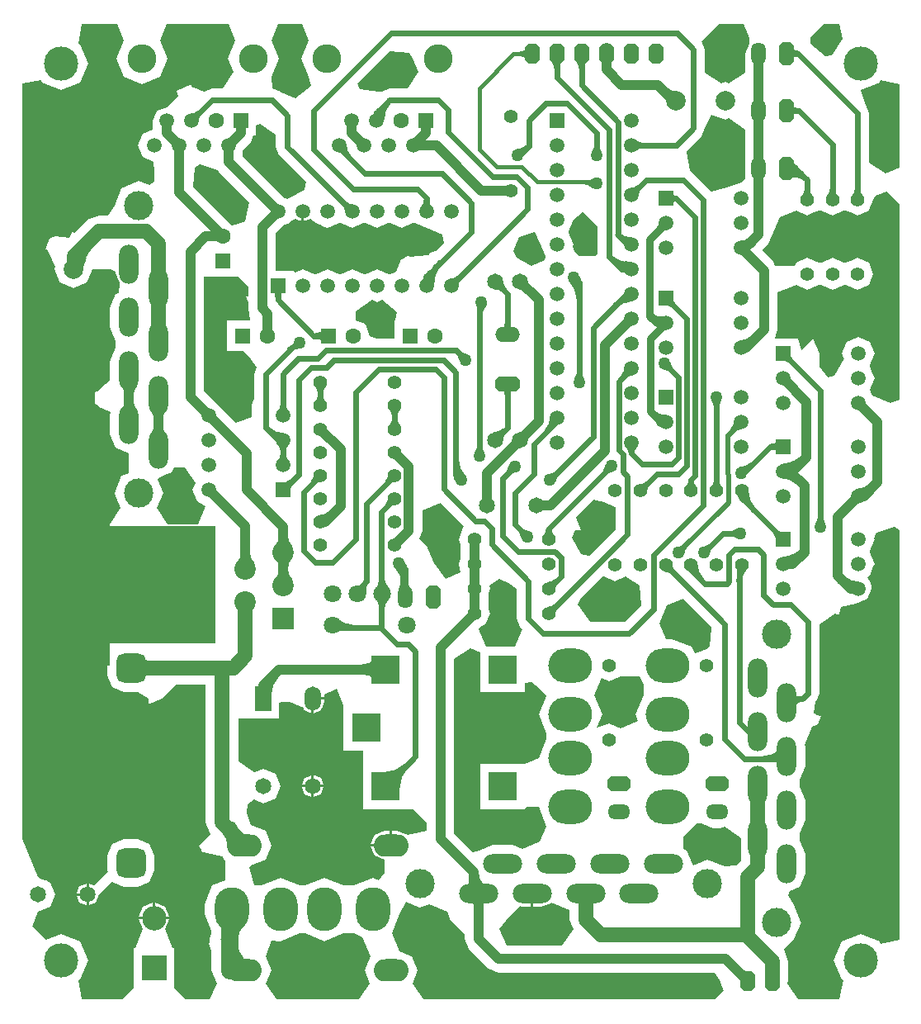
<source format=gtl>
%FSLAX24Y24*%
%MOIN*%
G70*
G01*
G75*
G04 Layer_Physical_Order=1*
G04 Layer_Color=255*
%ADD10C,0.0236*%
%ADD11C,0.0157*%
%ADD12C,0.0591*%
%ADD13C,0.0197*%
%ADD14C,0.0394*%
%ADD15C,0.0709*%
%ADD16C,0.0315*%
%ADD17R,0.7480X0.4724*%
%ADD18R,0.3533X0.6102*%
%ADD19C,0.1378*%
%ADD20C,0.0787*%
%ADD21R,0.0591X0.0591*%
%ADD22C,0.0591*%
%ADD23C,0.0551*%
%ADD24C,0.1181*%
%ADD25O,0.0787X0.1575*%
G04:AMPARAMS|DCode=26|XSize=60mil|YSize=90.6mil|CornerRadius=0mil|HoleSize=0mil|Usage=FLASHONLY|Rotation=0.000|XOffset=0mil|YOffset=0mil|HoleType=Round|Shape=Octagon|*
%AMOCTAGOND26*
4,1,8,-0.0150,0.0453,0.0150,0.0453,0.0300,0.0303,0.0300,-0.0303,0.0150,-0.0453,-0.0150,-0.0453,-0.0300,-0.0303,-0.0300,0.0303,-0.0150,0.0453,0.0*
%
%ADD26OCTAGOND26*%

%ADD27O,0.0600X0.0906*%
%ADD28C,0.0650*%
%ADD29C,0.0591*%
%ADD30R,0.0591X0.0591*%
%ADD31C,0.0630*%
%ADD32C,0.1161*%
%ADD33O,0.1000X0.0600*%
G04:AMPARAMS|DCode=34|XSize=100mil|YSize=60mil|CornerRadius=0mil|HoleSize=0mil|Usage=FLASHONLY|Rotation=180.000|XOffset=0mil|YOffset=0mil|HoleType=Round|Shape=Octagon|*
%AMOCTAGOND34*
4,1,8,-0.0500,0.0150,-0.0500,-0.0150,-0.0350,-0.0300,0.0350,-0.0300,0.0500,-0.0150,0.0500,0.0150,0.0350,0.0300,-0.0350,0.0300,-0.0500,0.0150,0.0*
%
%ADD34OCTAGOND34*%

G04:AMPARAMS|DCode=35|XSize=80mil|YSize=60mil|CornerRadius=0mil|HoleSize=0mil|Usage=FLASHONLY|Rotation=90.000|XOffset=0mil|YOffset=0mil|HoleType=Round|Shape=Octagon|*
%AMOCTAGOND35*
4,1,8,0.0150,0.0400,-0.0150,0.0400,-0.0300,0.0250,-0.0300,-0.0250,-0.0150,-0.0400,0.0150,-0.0400,0.0300,-0.0250,0.0300,0.0250,0.0150,0.0400,0.0*
%
%ADD35OCTAGOND35*%

%ADD36C,0.0630*%
%ADD37R,0.0630X0.0630*%
%ADD38R,0.0591X0.0591*%
%ADD39R,0.1181X0.1181*%
%ADD40C,0.0709*%
%ADD41R,0.0630X0.0630*%
%ADD42O,0.1772X0.1378*%
%ADD43C,0.0866*%
%ADD44R,0.0866X0.0866*%
%ADD45C,0.1969*%
%ADD46R,0.0669X0.0984*%
%ADD47O,0.0669X0.0984*%
%ADD48R,0.0984X0.0984*%
%ADD49C,0.0984*%
%ADD50O,0.1575X0.0787*%
G04:AMPARAMS|DCode=51|XSize=60mil|YSize=90.6mil|CornerRadius=0mil|HoleSize=0mil|Usage=FLASHONLY|Rotation=90.000|XOffset=0mil|YOffset=0mil|HoleType=Round|Shape=Octagon|*
%AMOCTAGOND51*
4,1,8,-0.0453,-0.0150,-0.0453,0.0150,-0.0303,0.0300,0.0303,0.0300,0.0453,0.0150,0.0453,-0.0150,0.0303,-0.0300,-0.0303,-0.0300,-0.0453,-0.0150,0.0*
%
%ADD51OCTAGOND51*%

%ADD52O,0.0906X0.0600*%
%ADD53O,0.1400X0.0900*%
G04:AMPARAMS|DCode=54|XSize=118.1mil|YSize=118.1mil|CornerRadius=29.5mil|HoleSize=0mil|Usage=FLASHONLY|Rotation=270.000|XOffset=0mil|YOffset=0mil|HoleType=Round|Shape=RoundedRectangle|*
%AMROUNDEDRECTD54*
21,1,0.1181,0.0591,0,0,270.0*
21,1,0.0591,0.1181,0,0,270.0*
1,1,0.0591,-0.0295,-0.0295*
1,1,0.0591,-0.0295,0.0295*
1,1,0.0591,0.0295,0.0295*
1,1,0.0591,0.0295,-0.0295*
%
%ADD54ROUNDEDRECTD54*%
%ADD55O,0.1378X0.1772*%
%ADD56C,0.0500*%
G36*
X23498Y17085D02*
X23498Y17085D01*
X23498Y17085D01*
X23950Y16898D01*
X24379Y17076D01*
X24929Y16708D01*
X25006Y15925D01*
X24324Y15242D01*
X22948D01*
X22715Y15591D01*
X22715Y15591D01*
X22715D01*
X22715Y15591D01*
X22715Y15591D01*
X22715Y15591D01*
X22449Y15945D01*
Y15945D01*
X22449Y15945D01*
X22564Y16224D01*
X23438Y17097D01*
X23498Y17085D01*
D02*
G37*
G36*
X27849Y15021D02*
X27772Y14238D01*
X27622Y14137D01*
X27622Y14137D01*
Y14137D01*
X27300Y14004D01*
X27157Y13975D01*
X27022Y14243D01*
X27022D01*
X27022Y14243D01*
X27022Y14243D01*
X26254Y14561D01*
X25997D01*
X25743Y15174D01*
X26044Y15901D01*
X26698Y16172D01*
X27849Y15021D01*
D02*
G37*
G36*
X19629Y16804D02*
X19970Y16576D01*
Y15388D01*
X20107Y15056D01*
X20203Y14961D01*
X19901Y14234D01*
X18723D01*
X18422Y14961D01*
X18514Y15053D01*
X18720Y15139D01*
X18907Y15591D01*
X18822Y15796D01*
Y16382D01*
X18907Y16588D01*
X18855Y16712D01*
X19276Y16993D01*
X19629Y16804D01*
D02*
G37*
G36*
X17835Y19130D02*
X17816Y19035D01*
X17816Y19035D01*
X17816Y19035D01*
X17629Y18583D01*
X17714Y18377D01*
Y17791D01*
X17629Y17585D01*
Y17585D01*
X17714Y17239D01*
D01*
X17121Y16993D01*
X16622Y17602D01*
X16636Y17624D01*
X16636D01*
X16350Y18314D01*
X16350Y18314D01*
X16045Y18619D01*
X16174Y18929D01*
Y19763D01*
X16901Y20064D01*
X17835Y19130D01*
D02*
G37*
G36*
X6557Y21495D02*
X6994Y20841D01*
X6885Y20577D01*
X7078Y20110D01*
X7078D01*
X7414Y19925D01*
X7414D01*
X7112Y19198D01*
X5884D01*
X5447Y19852D01*
X5693Y20446D01*
X5470Y20985D01*
X5500Y21057D01*
X5847Y21201D01*
X6043Y21282D01*
Y21282D01*
X6043Y21282D01*
X6043D01*
X6043D01*
X6131Y21495D01*
Y21495D01*
X6557Y21495D01*
D02*
G37*
G36*
X35433Y18950D02*
Y2414D01*
X34661Y2261D01*
X34627Y2343D01*
X33858Y2661D01*
X33090Y2343D01*
X32772Y1575D01*
X33090Y806D01*
X33172Y772D01*
X33019Y0D01*
X31351D01*
X30913Y655D01*
X30952Y748D01*
Y1562D01*
X30758Y2029D01*
Y2029D01*
D01*
X31169Y2437D01*
X31169Y2437D01*
D01*
D01*
D01*
X31457Y3130D01*
D01*
D01*
D01*
X31446Y3154D01*
D01*
D01*
Y3154D01*
D01*
D01*
Y3154D01*
D01*
D01*
X31169Y3823D01*
X31169Y3823D01*
X31169D01*
D01*
X31169D01*
D01*
X30942Y4209D01*
X31001Y4386D01*
D01*
D01*
X31412Y4556D01*
X31001Y4386D01*
D01*
X31412Y4556D01*
X31637Y5098D01*
Y5886D01*
X31412Y6428D01*
Y6428D01*
D01*
D01*
Y6428D01*
D01*
Y6721D01*
X31412D01*
X31412D01*
X31637Y7264D01*
Y8051D01*
X31412Y8594D01*
Y8594D01*
D01*
D01*
Y8594D01*
D01*
Y8887D01*
X31412D01*
X31412D01*
X31637Y9429D01*
Y10217D01*
X31604Y10296D01*
X31905Y11024D01*
X32128Y11116D01*
Y11116D01*
X32128Y11116D01*
Y11116D01*
Y11116D01*
D01*
D01*
X32128D01*
D01*
D01*
X32128Y11116D01*
X32195Y11278D01*
X32195Y11278D01*
Y11278D01*
D01*
D01*
X32195D01*
X32195D01*
X32195Y11278D01*
X32260Y11435D01*
D01*
D01*
D01*
D01*
X32262Y11440D01*
X32257Y11443D01*
X32257Y11443D01*
D01*
D01*
D01*
D01*
D01*
D01*
D01*
D01*
D01*
X32257Y11443D01*
D01*
D01*
D01*
Y11443D01*
X32249Y11446D01*
X32052Y11523D01*
Y11523D01*
D01*
D01*
D01*
X32026Y11533D01*
X31969Y11556D01*
X32054Y12031D01*
X32054Y12031D01*
D01*
X32094Y12128D01*
X32191Y12362D01*
Y15151D01*
X32846Y15588D01*
X32990Y15528D01*
X32990D01*
X32997Y15526D01*
D01*
X32997Y15526D01*
X32997D01*
X33010Y15576D01*
X33010Y15576D01*
X33010Y15576D01*
D01*
X33079Y15835D01*
X33079D01*
D01*
X33676Y15971D01*
X33676D01*
D01*
D01*
X34068Y16133D01*
X34068Y16133D01*
D01*
D01*
D01*
D01*
X34074Y16147D01*
X34153Y16182D01*
D01*
X34153D01*
X34315Y16574D01*
X34315Y16574D01*
Y16574D01*
X34297Y16618D01*
X34315Y16672D01*
D01*
D01*
Y16672D01*
Y16672D01*
X34315D01*
X34257Y16814D01*
Y16814D01*
X34153Y17064D01*
Y17064D01*
D01*
X34228Y17107D01*
X34228Y17107D01*
X34383Y17482D01*
X34422Y17574D01*
D01*
D01*
Y17574D01*
Y17574D01*
X34422D01*
X34228Y18041D01*
Y18041D01*
D01*
D01*
Y18041D01*
D01*
Y18107D01*
X34228D01*
X34228D01*
X34422Y18574D01*
X34399Y18628D01*
X34491Y18848D01*
X35244Y19076D01*
X35433Y18950D01*
D02*
G37*
G36*
X23498Y20085D02*
D01*
X23498Y20085D01*
D01*
D01*
X23950Y19898D01*
X23950D01*
Y19898D01*
X23950Y19898D01*
X23981Y19878D01*
Y18967D01*
X22918Y17904D01*
X22580Y17971D01*
X22209Y18665D01*
X22332Y18963D01*
X22557D01*
X22360Y19441D01*
X23086Y20167D01*
X23498Y20085D01*
D02*
G37*
G36*
X24948Y13054D02*
X25092Y12706D01*
Y12706D01*
D01*
D01*
Y12706D01*
D01*
Y12274D01*
X25092D01*
X25092D01*
D01*
D01*
D01*
X24774Y11506D01*
X24880Y11250D01*
X24157Y10950D01*
X23705Y11137D01*
X23705Y11137D01*
X23705D01*
X23705D01*
D01*
X23705Y11137D01*
X23202Y10971D01*
X23423Y11506D01*
X23105Y12274D01*
X23105D01*
X23105Y12274D01*
X23400Y12985D01*
X23705Y12859D01*
X23705Y12859D01*
X24157Y13046D01*
X24160Y13054D01*
X24948D01*
D02*
G37*
G36*
X20641Y3757D02*
X20984D01*
X21324Y3898D01*
X21324Y3898D01*
Y3898D01*
X21362Y3913D01*
X22095Y3610D01*
D01*
Y3228D01*
Y3228D01*
X22255Y2843D01*
X21818Y2188D01*
X19562D01*
X19287Y2853D01*
X19531Y3185D01*
D01*
D01*
Y3185D01*
X20115Y3769D01*
X20197Y3757D01*
X20197Y3757D01*
X20197Y3757D01*
X20541D01*
Y4291D01*
X20641D01*
Y3757D01*
D02*
G37*
G36*
X16039Y3715D02*
Y3715D01*
X16039Y3715D01*
X16063Y3705D01*
X16437Y3860D01*
X17165Y3559D01*
X17319Y3185D01*
X17319Y3185D01*
X17871Y2634D01*
Y2441D01*
X18033Y2049D01*
X18841Y1242D01*
X19232Y1080D01*
X27966D01*
X28158Y793D01*
X28340Y352D01*
X27988Y0D01*
X16203D01*
X15766Y655D01*
X15938Y1071D01*
X15938D01*
X15980Y1171D01*
X15737Y1757D01*
X15637Y1798D01*
D01*
X15239Y1963D01*
X14938Y2691D01*
X15250Y3445D01*
X15250D01*
D01*
D01*
X15250D01*
X15250Y3445D01*
X15495Y3940D01*
Y3940D01*
X16039Y3715D01*
D02*
G37*
G36*
X13745Y2531D02*
X14066Y1757D01*
D01*
D01*
X13824Y1171D01*
X14038Y655D01*
X13600Y0D01*
X10288D01*
X9850Y655D01*
X10064Y1171D01*
X9822Y1757D01*
X10075Y2368D01*
X10075Y2368D01*
X10423Y2358D01*
X10423D01*
X11192Y2677D01*
X11192D01*
D01*
D01*
X11427D01*
Y2677D01*
Y2677D01*
X11427D01*
X11427D01*
X12195Y2358D01*
X12963Y2677D01*
X12963D01*
D01*
D01*
X12963D01*
D01*
X13395D01*
Y2677D01*
Y2677D01*
D01*
D01*
D01*
X13745Y2531D01*
D02*
G37*
G36*
X27432Y7108D02*
X27432Y7108D01*
Y7108D01*
X27902Y6913D01*
X28208D01*
X28374Y6982D01*
X29003Y6561D01*
X29028Y6476D01*
Y5622D01*
X28834Y5428D01*
X28831Y5420D01*
X28370Y5378D01*
Y5378D01*
X28370Y5378D01*
D01*
D01*
D01*
X27677Y5665D01*
X27109Y5430D01*
X27066Y5472D01*
X27066Y5472D01*
X27066Y5472D01*
X26842Y6015D01*
X26696Y6075D01*
Y6551D01*
X27253Y7108D01*
X27432Y7108D01*
D02*
G37*
G36*
X12986Y11872D02*
Y11872D01*
D01*
D01*
X12986D01*
Y10061D01*
X13774D01*
Y9509D01*
X13774D01*
Y7698D01*
X15585D01*
Y7698D01*
X15789D01*
X16346Y7142D01*
Y6803D01*
X15573Y6649D01*
X15573Y6651D01*
X15152Y6826D01*
X14952D01*
Y6230D01*
X14902D01*
Y6180D01*
X14077D01*
X14231Y5809D01*
X14652Y5635D01*
Y5131D01*
X14402Y4827D01*
X14163Y4925D01*
X13395Y4607D01*
X13395D01*
D01*
D01*
X13395D01*
D01*
X12963D01*
X12963Y4607D01*
Y4607D01*
X12963D01*
X12195Y4925D01*
X11427Y4607D01*
X11427D01*
D01*
D01*
X11427D01*
D01*
X11192D01*
X11192Y4607D01*
Y4607D01*
X11192D01*
X10423Y4925D01*
X9655Y4607D01*
X9655D01*
D01*
D01*
X9655D01*
D01*
X9388D01*
X9175Y5365D01*
X9236Y5402D01*
X9236D01*
X9236Y5402D01*
X9822Y5645D01*
X10064Y6230D01*
X9822Y6816D01*
X9236Y7058D01*
X9223D01*
X9081Y7525D01*
X9117Y7894D01*
X9386Y8074D01*
X9734Y7930D01*
X10224Y8132D01*
X10427Y8622D01*
X10294Y8944D01*
X10294D01*
X10224Y9112D01*
X9734Y9315D01*
X9566Y9245D01*
D01*
X9386Y9170D01*
X8731Y9608D01*
Y11358D01*
X9085D01*
Y11358D01*
X10384D01*
Y11978D01*
X10456Y12008D01*
X10806Y12008D01*
X11359Y11779D01*
X11387Y11711D01*
X11402Y11675D01*
D01*
D01*
D01*
D01*
D01*
D01*
D01*
D01*
X11684Y11558D01*
Y12165D01*
X11734D01*
Y12215D01*
X12205D01*
X12205Y12280D01*
X12205D01*
X12205Y12280D01*
X12205Y12323D01*
X12712Y12533D01*
X12986Y11872D01*
D02*
G37*
G36*
X18498Y14009D02*
Y12423D01*
X20309D01*
Y12777D01*
X20566Y12829D01*
X20902Y12553D01*
X21160Y12239D01*
X20856Y11506D01*
X21175Y10738D01*
Y10738D01*
D01*
D01*
Y10738D01*
D01*
Y10503D01*
X21175D01*
X21175D01*
D01*
D01*
D01*
X20856Y9734D01*
X20309Y9509D01*
X20309Y9509D01*
X20309Y9509D01*
X18498D01*
Y7698D01*
X20309D01*
Y7698D01*
X20376Y7766D01*
X20856D01*
X21175Y6997D01*
X20919Y6380D01*
X20191Y6079D01*
X19803Y6239D01*
X19016D01*
X18473Y6015D01*
X18473Y6015D01*
Y6015D01*
X18207Y5962D01*
X17454Y6716D01*
Y13733D01*
X18108Y14170D01*
X18498Y14009D01*
D02*
G37*
G36*
X3434Y13681D02*
Y13091D01*
X3627Y12624D01*
X4094Y12430D01*
X4685D01*
X5103Y12151D01*
Y11932D01*
Y11932D01*
X5627Y12149D01*
X5627Y12149D01*
X6203Y12725D01*
X7410D01*
Y7146D01*
X7410Y7146D01*
X7604Y6679D01*
D01*
Y6679D01*
X7535Y6610D01*
D01*
X7165Y6246D01*
X7149Y6230D01*
D01*
D01*
D01*
D01*
D01*
X7226Y6046D01*
X7260Y5962D01*
D01*
Y5962D01*
D01*
D01*
X7283Y5908D01*
X7283D01*
D01*
D01*
D01*
D01*
D01*
D01*
D01*
D01*
X7352Y5937D01*
X7761Y5856D01*
Y5856D01*
X8090Y5790D01*
X8151Y5645D01*
X8221Y5616D01*
Y4828D01*
X7686Y4607D01*
X7368Y3839D01*
Y3445D01*
X7647Y2772D01*
Y2652D01*
X7557Y2435D01*
X7557D01*
Y2315D01*
X7525Y2284D01*
X7525D01*
X7647Y1990D01*
Y1171D01*
X7859Y659D01*
Y659D01*
Y659D01*
X7586Y0D01*
X6614D01*
X6132Y482D01*
X6132Y557D01*
X6132Y557D01*
X6132D01*
Y2096D01*
X6084D01*
X5778Y2836D01*
D01*
D01*
X5945Y3239D01*
X4705D01*
X4872Y2836D01*
Y2836D01*
Y2836D01*
X4565Y2096D01*
X4518D01*
Y557D01*
X4518Y557D01*
X4518D01*
X4518Y482D01*
X4035Y0D01*
X2414D01*
X2261Y772D01*
X2343Y806D01*
X2661Y1575D01*
X2343Y2343D01*
X1575Y2661D01*
X957Y2406D01*
X400Y2962D01*
X644Y3550D01*
X644D01*
X644Y3550D01*
X1133Y3752D01*
X1267Y4074D01*
D01*
X1336Y4242D01*
X1133Y4732D01*
X965Y4801D01*
Y4801D01*
X812Y4865D01*
X812Y4865D01*
X812D01*
X644Y4935D01*
X-2Y6493D01*
X-3Y13716D01*
X553Y14273D01*
X2004D01*
X3434Y13681D01*
D02*
G37*
G36*
X11586Y38707D02*
D01*
D01*
X11284Y37976D01*
X11586Y37246D01*
X11586Y37246D01*
X11586D01*
X11661Y36872D01*
X11052Y36372D01*
X10465Y36616D01*
X10435Y36645D01*
X10104Y36783D01*
Y36783D01*
Y36783D01*
D01*
X10060Y37243D01*
X10067Y37246D01*
X10370Y37976D01*
X10067Y38707D01*
Y38707D01*
Y38707D01*
X10342Y39370D01*
X11312D01*
X11586Y38707D01*
D02*
G37*
G36*
X28392Y35503D02*
X28545Y35566D01*
X29200Y35129D01*
Y33563D01*
Y33107D01*
X29031Y32994D01*
X29031Y32994D01*
X29031D01*
D01*
D01*
X28564Y32801D01*
X28564Y32801D01*
Y32801D01*
D01*
D01*
Y32801D01*
X27851Y32605D01*
X27851Y32605D01*
Y32605D01*
X27044Y33412D01*
X26975Y33441D01*
X26822Y34213D01*
X27448Y34839D01*
X27585Y35170D01*
X27585D01*
X27585Y35170D01*
X27849Y35727D01*
D01*
X27849Y35727D01*
X28392Y35503D01*
D02*
G37*
G36*
X33135Y38785D02*
X32698Y38131D01*
X32436Y38079D01*
X31828Y38578D01*
Y38813D01*
X32384Y39370D01*
X33019D01*
X33135Y38785D01*
D02*
G37*
G36*
X29343Y38900D02*
X29362Y38805D01*
Y38581D01*
D01*
X29360Y38576D01*
X29360Y38576D01*
X29360Y38576D01*
X29200Y38189D01*
Y37411D01*
X28545Y36973D01*
X28392Y37037D01*
X28240Y36974D01*
X27585Y37411D01*
Y38346D01*
X27448Y38678D01*
X28140Y39370D01*
X29149D01*
X29343Y38900D01*
D02*
G37*
G36*
X35433Y36956D02*
Y33597D01*
X34861Y33360D01*
X34206Y33797D01*
Y35780D01*
X34069Y36112D01*
X34069Y36112D01*
X34069Y36112D01*
X33858Y36709D01*
X33858Y36709D01*
X33858D01*
X33858Y36709D01*
X34627Y37027D01*
X34661Y37109D01*
X35433Y36956D01*
D02*
G37*
G36*
X15632Y38203D02*
X15784Y37976D01*
X15784Y37976D01*
X15784D01*
X16009Y37433D01*
X15571Y36778D01*
X14852D01*
X14618Y36681D01*
X14521Y36641D01*
D01*
X14521Y36641D01*
X14475D01*
X14431Y36684D01*
D01*
D01*
X14431D01*
D01*
D01*
D01*
X14431Y36684D01*
Y36684D01*
X14390Y36659D01*
X13629Y36759D01*
X13541Y36973D01*
X14849Y38280D01*
X15632Y38203D01*
D02*
G37*
G36*
X8606Y38707D02*
D01*
D01*
X8303Y37976D01*
X8527Y37437D01*
X8089Y36783D01*
X7674D01*
X7440Y36685D01*
X7343Y36645D01*
X7104Y36744D01*
D01*
X6837Y36855D01*
Y36939D01*
Y36939D01*
D01*
D01*
D01*
X6230Y36688D01*
X6230Y36688D01*
X6304Y36498D01*
X5837Y36030D01*
X5837D01*
X5837Y36030D01*
D01*
D01*
D01*
X5445Y35868D01*
X5445D01*
X5443Y35863D01*
X5443Y35863D01*
X5443Y35863D01*
X5283Y35476D01*
Y35115D01*
X4870Y34943D01*
X4676Y34476D01*
X4870Y34009D01*
X5311Y33826D01*
X5352Y33414D01*
Y33018D01*
X5128Y32869D01*
X4713Y33041D01*
X4020Y32754D01*
X3733Y32061D01*
X3733Y32061D01*
X3733Y32061D01*
X3468Y31664D01*
X3110D01*
X3110Y31664D01*
X2643Y31471D01*
X2643Y31471D01*
X2643Y31471D01*
X2112Y30940D01*
X2112D01*
X2032Y31020D01*
X1918Y30746D01*
X1325Y30800D01*
D01*
Y30800D01*
D01*
D01*
D01*
X1325D01*
D01*
Y30800D01*
D01*
X1325Y30800D01*
D01*
D01*
Y30800D01*
D01*
D01*
D01*
D01*
X1325D01*
X1325D01*
X1325Y30800D01*
X1173Y30737D01*
Y30737D01*
X1107Y30710D01*
X1107Y30710D01*
X933Y30288D01*
X990Y30273D01*
D01*
D01*
D01*
D01*
D01*
D01*
D01*
D01*
D01*
D01*
D01*
D01*
D01*
D01*
Y30273D01*
D01*
D01*
D01*
X1058Y30135D01*
D01*
X1338Y29567D01*
X1310Y29498D01*
X1521Y28987D01*
X1534Y28956D01*
D01*
Y28956D01*
D01*
X2077Y28731D01*
D01*
D01*
X2619Y28956D01*
X2673Y29087D01*
X2673D01*
X2844Y29498D01*
X3553D01*
X3553Y29498D01*
X3553D01*
X3568Y29483D01*
Y29483D01*
X3785Y29393D01*
Y29305D01*
X3926Y28965D01*
X3926Y28965D01*
X3926D01*
X3941Y28927D01*
D01*
Y28927D01*
X3909Y28524D01*
X3777Y28469D01*
X3552Y27927D01*
Y27139D01*
X3777Y26597D01*
Y26597D01*
D01*
D01*
Y26597D01*
D01*
Y26304D01*
X3777D01*
X3777D01*
D01*
D01*
D01*
X3552Y25761D01*
Y24974D01*
D01*
D01*
D01*
X3213Y24702D01*
X3213Y24702D01*
D01*
D01*
D01*
D01*
D01*
D01*
D01*
X3213D01*
D01*
Y24702D01*
D01*
D01*
D01*
X3213Y24702D01*
X3213D01*
X3213Y24702D01*
X3184Y24679D01*
D01*
X3179Y24675D01*
D01*
X3030Y24559D01*
X3015Y24548D01*
X2952Y24499D01*
X2952D01*
X2952D01*
D01*
D01*
D01*
D01*
D01*
D01*
D01*
D01*
D01*
Y24499D01*
D01*
D01*
D01*
Y24131D01*
Y24071D01*
D01*
D01*
Y24071D01*
D01*
D01*
D01*
D01*
X2952D01*
X2952D01*
X3008Y24028D01*
X3030Y24011D01*
X3179Y23895D01*
D01*
X3184Y23891D01*
Y23891D01*
X3213Y23868D01*
D01*
D01*
D01*
X3213Y23868D01*
D01*
D01*
D01*
D01*
D01*
D01*
D01*
D01*
X3213Y23868D01*
D01*
D01*
D01*
D01*
D01*
D01*
X3566Y23722D01*
X3552Y23596D01*
Y23596D01*
Y22809D01*
X3777Y22266D01*
X4308Y22046D01*
Y21259D01*
X4044Y21150D01*
X4044Y21150D01*
X4020Y21140D01*
X3733Y20446D01*
X3743Y20422D01*
D01*
X3979Y19852D01*
X3541Y19198D01*
X215D01*
Y19198D01*
X-5D01*
X-9Y36978D01*
X763Y37132D01*
X806Y37027D01*
X1575Y36709D01*
X2343Y37027D01*
X2661Y37795D01*
X2343Y38564D01*
X2261Y38598D01*
X2414Y39370D01*
X3831D01*
X4106Y38707D01*
D01*
D01*
X3803Y37976D01*
X4106Y37246D01*
X4837Y36943D01*
X5567Y37246D01*
X5870Y37976D01*
X5567Y38707D01*
Y38707D01*
Y38707D01*
X5842Y39370D01*
X8331D01*
X8606Y38707D01*
D02*
G37*
G36*
X10251Y34903D02*
Y34424D01*
X10388Y34093D01*
X11471Y33010D01*
X11406Y32688D01*
X10712Y32317D01*
X10539Y32389D01*
X8891Y34037D01*
Y34219D01*
X8910Y34267D01*
X9228Y34585D01*
X9345Y34866D01*
X9447D01*
Y35279D01*
X9596Y35341D01*
X10251Y34903D01*
D02*
G37*
G36*
X20950Y30476D02*
D01*
X21143Y30009D01*
Y30009D01*
D01*
D01*
Y30009D01*
D01*
Y29943D01*
X21143D01*
X21143D01*
D01*
D01*
D01*
X21107Y29856D01*
X20564Y29631D01*
X19971Y29948D01*
X19825Y30226D01*
X20057Y30786D01*
X20708Y30984D01*
X20950Y30476D01*
D02*
G37*
G36*
X23242Y31217D02*
Y30071D01*
X23151Y30009D01*
X22498D01*
X22327Y30149D01*
X22231Y30380D01*
X22271Y30476D01*
X22077Y30943D01*
Y30943D01*
D01*
D01*
Y30943D01*
D01*
Y31009D01*
X22077D01*
X22077D01*
X22271Y31476D01*
X22271Y31476D01*
X22271Y31476D01*
X22269Y31489D01*
X22643Y31774D01*
X22643D01*
Y31774D01*
X22685D01*
X23242Y31217D01*
D02*
G37*
G36*
X14329Y28154D02*
D01*
D01*
D01*
D01*
D01*
D01*
X14523Y28235D01*
X15132Y27736D01*
X15070Y27426D01*
X15030D01*
Y26670D01*
X14346D01*
X14042Y26796D01*
X13860Y27234D01*
X13842Y27278D01*
X13842D01*
X13842Y27278D01*
X13842Y27278D01*
X13478Y27429D01*
Y27798D01*
X14132Y28236D01*
X14329Y28154D01*
D02*
G37*
G36*
X8740Y29185D02*
X8740D01*
X9136Y28789D01*
Y28387D01*
X9043D01*
X9136Y28163D01*
Y27914D01*
Y27914D01*
X9136Y27914D01*
Y27914D01*
D01*
X9136Y27914D01*
X9201Y27426D01*
X8280D01*
Y26166D01*
X8923D01*
X9252Y25836D01*
X9470Y25511D01*
X9364Y25256D01*
Y24257D01*
X9259Y24004D01*
X9259D01*
Y23527D01*
X8636Y23269D01*
X7937Y23969D01*
X7345Y24560D01*
Y29185D01*
X7480D01*
Y29185D01*
X8740D01*
D01*
D02*
G37*
G36*
X11379Y31408D02*
X11631Y31512D01*
X11631Y31512D01*
X11862Y31348D01*
X11862Y31348D01*
X11862Y31348D01*
X12100Y31249D01*
X12117Y31208D01*
X12329Y31154D01*
X12329D01*
D01*
D01*
D01*
D01*
D01*
D01*
D01*
D01*
D01*
X12750Y31329D01*
X12796Y31348D01*
D01*
Y31348D01*
D01*
X12862D01*
D01*
Y31348D01*
D01*
D01*
D01*
X13329Y31154D01*
D01*
D01*
D01*
D01*
D01*
D01*
X13762Y31334D01*
X13796Y31348D01*
D01*
Y31348D01*
D01*
X13862D01*
D01*
Y31348D01*
D01*
D01*
D01*
X14329Y31154D01*
D01*
D01*
D01*
D01*
D01*
D01*
X14762Y31334D01*
X14796Y31348D01*
D01*
Y31348D01*
D01*
X14862D01*
D01*
Y31348D01*
D01*
D01*
D01*
X15329Y31154D01*
D01*
D01*
D01*
D01*
D01*
D01*
X15762Y31334D01*
X15796Y31348D01*
D01*
Y31348D01*
D01*
X15862D01*
D01*
Y31348D01*
D01*
D01*
D01*
X16329Y31154D01*
D01*
D01*
D01*
X16982Y30882D01*
D01*
X16982Y30882D01*
X17046Y30563D01*
X16697Y30214D01*
X16483Y30154D01*
D01*
D01*
D01*
X16483D01*
X16483Y30154D01*
X16483D01*
X16441Y30089D01*
D01*
X16409Y30039D01*
X15651Y29989D01*
X15637Y30013D01*
X15629Y30027D01*
D01*
D01*
D01*
D01*
D01*
D01*
D01*
D01*
D01*
D01*
D01*
D01*
X15629Y30027D01*
D01*
D01*
D01*
D01*
X15629D01*
D01*
X15597Y30014D01*
X15575Y30004D01*
Y30004D01*
D01*
D01*
D01*
X15575D01*
Y30004D01*
D01*
D01*
X15575Y30004D01*
D01*
D01*
Y30004D01*
X15570Y30001D01*
X15326Y29892D01*
D01*
D01*
D01*
X15319Y29876D01*
X15118Y29391D01*
X15118Y29391D01*
X15118Y29391D01*
X15117Y29388D01*
X14862Y29282D01*
X14862D01*
D01*
X14796D01*
Y29282D01*
X14389Y29451D01*
X14329Y29475D01*
X14329Y29475D01*
X14329Y29475D01*
X13862Y29282D01*
X13862D01*
D01*
D01*
X13862D01*
D01*
X13796D01*
X13796Y29282D01*
Y29282D01*
X13796D01*
D01*
X13329Y29475D01*
X12862Y29282D01*
X12862D01*
D01*
D01*
X12862D01*
D01*
X12796D01*
X12796Y29282D01*
Y29282D01*
X12796D01*
D01*
X12329Y29475D01*
X11862Y29282D01*
X11862D01*
D01*
D01*
X11862D01*
D01*
X11796D01*
X11796Y29282D01*
Y29282D01*
X11796D01*
D01*
X11329Y29475D01*
X11042Y29357D01*
X10939Y29425D01*
Y29425D01*
X10244Y29425D01*
Y30946D01*
X10539Y31241D01*
X10796Y31348D01*
X10830Y31431D01*
X11026Y31512D01*
X11279Y31408D01*
Y31815D01*
X11379D01*
Y31408D01*
D02*
G37*
G36*
X35433Y32118D02*
Y24228D01*
X35058Y24073D01*
X34330Y24374D01*
X34228Y24621D01*
X34422Y25088D01*
X34345Y25272D01*
X34345Y25272D01*
X34345Y25272D01*
X34228Y25555D01*
Y25555D01*
D01*
D01*
Y25555D01*
D01*
Y25621D01*
X34228D01*
X34228D01*
X34422Y26088D01*
X34228Y26555D01*
X33761Y26749D01*
X33478Y26631D01*
D01*
X33294Y26555D01*
X33101Y26088D01*
X33177Y25904D01*
Y25904D01*
X33192Y25867D01*
X32821Y25172D01*
X32539Y25116D01*
X32190Y25542D01*
Y26088D01*
D01*
D01*
Y26088D01*
D01*
D01*
X32190Y26088D01*
X31939Y26695D01*
X31761Y26517D01*
Y26517D01*
X31761Y26517D01*
D01*
D01*
D01*
X31761Y26517D01*
X31476Y26231D01*
X31338Y26698D01*
Y26698D01*
X30397D01*
X30515Y27047D01*
D01*
X30515Y27047D01*
D01*
Y27047D01*
Y27047D01*
X30515Y27047D01*
Y28535D01*
X31257Y28843D01*
X31709Y28656D01*
Y28656D01*
X31709Y28656D01*
Y28656D01*
X31885Y28729D01*
X32161Y28843D01*
Y28843D01*
X32271D01*
D01*
Y28843D01*
D01*
D01*
D01*
X32723Y28656D01*
D01*
D01*
D01*
D01*
D01*
D01*
X33139Y28828D01*
X33175Y28843D01*
D01*
Y28843D01*
D01*
X33285D01*
D01*
Y28843D01*
X33561Y28729D01*
X33737Y28656D01*
Y28656D01*
X33737Y28656D01*
Y28656D01*
X34189Y28843D01*
X34377Y29295D01*
X34189Y29747D01*
X33737Y29934D01*
D01*
D01*
Y29934D01*
X33538Y29852D01*
X33285Y29747D01*
Y29747D01*
X33175D01*
Y29747D01*
D01*
D01*
D01*
X32723Y29934D01*
Y29934D01*
X32723Y29934D01*
D01*
D01*
D01*
X32723Y29934D01*
D01*
D01*
D01*
X32383Y29793D01*
X32271Y29747D01*
Y29747D01*
X32161D01*
Y29747D01*
X31774Y29907D01*
X31709Y29934D01*
X31709Y29934D01*
X31709Y29934D01*
X31257Y29747D01*
X31209Y29630D01*
X30421D01*
X30352Y29796D01*
X29895Y30253D01*
X30146Y30504D01*
X30308Y30896D01*
X30308D01*
X30308Y30896D01*
X30598Y31570D01*
X31257Y31843D01*
X31709Y31656D01*
D01*
D01*
D01*
X31904Y31737D01*
D01*
X31904D01*
D01*
D01*
D01*
D01*
X31904Y31737D01*
D01*
D01*
X31904D01*
D01*
D01*
X32161Y31843D01*
X32161D01*
D01*
D01*
X32161D01*
D01*
X32271D01*
Y31843D01*
Y31843D01*
D01*
D01*
D01*
X32723Y31656D01*
X33175Y31843D01*
X33175D01*
D01*
D01*
X33175D01*
D01*
X33285D01*
Y31843D01*
Y31843D01*
D01*
D01*
D01*
X33543Y31737D01*
X33543D01*
X33737Y31656D01*
X34189Y31843D01*
D01*
Y31843D01*
D01*
X34209Y31891D01*
X34377Y32295D01*
X34377Y32295D01*
X34377Y32295D01*
Y32295D01*
X34485Y32451D01*
X34920Y32631D01*
X35433Y32118D01*
D02*
G37*
G36*
X7921Y33474D02*
X7945Y33415D01*
X9169Y32192D01*
X9015Y31419D01*
X8745Y31307D01*
X8458Y31250D01*
X6910Y32799D01*
X6987Y33582D01*
X7167Y33703D01*
X7921Y33474D01*
D02*
G37*
%LPC*%
G36*
X5375Y3910D02*
Y3339D01*
X5945D01*
X5778Y3743D01*
X5375Y3910D01*
D02*
G37*
G36*
X4685Y6468D02*
X4094D01*
X3627Y6274D01*
X3434Y5807D01*
Y5217D01*
X3461Y5151D01*
X3461Y5151D01*
X3344Y5033D01*
Y5033D01*
X2904Y4594D01*
X2889Y4601D01*
X2806Y4635D01*
D01*
D01*
X2806D01*
D01*
D01*
X2784Y4644D01*
X2727Y4667D01*
X2711Y4674D01*
X2696Y4680D01*
X2695Y4681D01*
X2694Y4681D01*
Y4242D01*
Y3803D01*
X2960Y3913D01*
X2969Y3917D01*
D01*
D01*
D01*
D01*
D01*
D01*
D01*
D01*
D01*
Y3917D01*
D01*
D01*
X2969D01*
D01*
D01*
D01*
X3104Y4242D01*
D01*
D01*
Y4242D01*
D01*
D01*
D01*
D01*
D01*
X3599Y4738D01*
X3627Y4749D01*
D01*
D01*
X3627D01*
X4094Y4556D01*
X4685D01*
X5152Y4749D01*
X5346Y5217D01*
Y5807D01*
X5152Y6274D01*
X4685Y6468D01*
D02*
G37*
G36*
X5275Y3910D02*
X4872Y3743D01*
X4705Y3339D01*
X5275D01*
Y3910D01*
D02*
G37*
G36*
X2594Y4192D02*
X2205D01*
X2279Y4012D01*
X2319Y3917D01*
D01*
D01*
D01*
D01*
D01*
D01*
D01*
X2319D01*
D01*
D01*
D01*
D01*
D01*
D01*
Y3917D01*
D01*
D01*
D01*
D01*
D01*
D01*
D01*
D01*
D01*
D01*
D01*
X2594Y3803D01*
Y4192D01*
D02*
G37*
G36*
X11784Y9061D02*
Y8672D01*
X12173D01*
X12128Y8782D01*
X12127Y8785D01*
D01*
D01*
X12059Y8947D01*
D01*
D01*
D01*
D01*
D01*
D01*
D01*
D01*
D01*
X12059D01*
D01*
Y8947D01*
D01*
D01*
D01*
D01*
D01*
D01*
D01*
D01*
X11921Y9005D01*
X11828Y9043D01*
X11784Y9061D01*
D02*
G37*
G36*
X11684D02*
X11611Y9031D01*
X11409Y8947D01*
D01*
D01*
D01*
D01*
D01*
D01*
D01*
D01*
D01*
Y8947D01*
D01*
D01*
X11409D01*
D01*
D01*
D01*
D01*
D01*
D01*
D01*
D01*
D01*
D01*
D01*
D01*
D01*
D01*
X11301Y8686D01*
X11295Y8672D01*
X11684D01*
Y9061D01*
D02*
G37*
G36*
X12205Y12115D02*
X11784D01*
Y11558D01*
X12067Y11675D01*
D01*
D01*
D01*
D01*
D01*
D01*
D01*
D01*
X12082Y11711D01*
X12128Y11823D01*
X12128D01*
X12128D01*
X12128D01*
D01*
D01*
D01*
X12128D01*
Y11823D01*
Y11823D01*
D01*
Y11823D01*
X12205Y12008D01*
X12205Y12008D01*
D01*
D01*
D01*
X12205Y12051D01*
D01*
Y12051D01*
D01*
D01*
Y12115D01*
D02*
G37*
G36*
X12173Y8572D02*
X11784D01*
Y8183D01*
X12051Y8293D01*
X12059Y8297D01*
D01*
D01*
D01*
D01*
D01*
D01*
D01*
D01*
D01*
Y8297D01*
D01*
D01*
X12059D01*
D01*
D01*
D01*
D01*
D01*
D01*
D01*
D01*
X12173Y8572D01*
D02*
G37*
G36*
X2594Y4681D02*
X2415Y4607D01*
X2319Y4567D01*
D01*
D01*
Y4567D01*
D01*
D01*
X2319D01*
D01*
D01*
D01*
D01*
D01*
D01*
D01*
D01*
X2210Y4306D01*
X2205Y4292D01*
X2594D01*
Y4681D01*
D02*
G37*
G36*
X14852Y6826D02*
X14652D01*
X14231Y6651D01*
X14077Y6280D01*
X14852D01*
Y6826D01*
D02*
G37*
G36*
X11684Y8572D02*
X11295D01*
X11370Y8392D01*
X11409Y8297D01*
D01*
D01*
D01*
D01*
D01*
D01*
D01*
X11409D01*
D01*
D01*
D01*
D01*
D01*
D01*
Y8297D01*
D01*
D01*
D01*
D01*
D01*
D01*
D01*
D01*
D01*
D01*
D01*
X11684Y8183D01*
Y8572D01*
D02*
G37*
%LPD*%
D10*
X29027Y21392D02*
G03*
X29455Y21569I0J605D01*
G01*
X20020Y34226D02*
G03*
X20396Y34382I0J532D01*
G01*
X18646Y28047D02*
G03*
X18471Y27623I423J-423D01*
G01*
X18528Y27842D02*
G03*
X18482Y28028I-120J69D01*
G01*
X18528Y27842D02*
G03*
X18482Y28028I-120J69D01*
G01*
X11191Y26391D02*
G03*
X10809Y26233I0J-540D01*
G01*
X22407Y25024D02*
G03*
X22500Y25250I-225J225D01*
G01*
Y25250D02*
G03*
X22593Y25024I318J0D01*
G01*
X23116Y34169D02*
G03*
X23210Y34394I-225J225D01*
G01*
D02*
G03*
X23303Y34169I318J0D01*
G01*
X21320Y21106D02*
G03*
X21545Y21199I0J318D01*
G01*
X21545Y21199D02*
G03*
X21452Y20974I225J-225D01*
G01*
X17520Y21229D02*
G03*
X17656Y20900I465J0D01*
G01*
X17520Y21799D02*
G03*
X17823Y21067I1035J0D01*
G01*
X17610Y21030D02*
G03*
X17592Y21467I-428J201D01*
G01*
X17598Y20980D02*
G03*
X17520Y21184I-268J14D01*
G01*
X17520Y21184D02*
G03*
X17723Y21106I190J190D01*
G01*
X17610Y21030D02*
G03*
X17592Y21467I-428J201D01*
G01*
X23790Y21402D02*
G03*
X23565Y21309I0J-318D01*
G01*
X23565Y21309D02*
G03*
X23658Y21534I-225J225D01*
G01*
X28135Y24213D02*
G03*
X28042Y23987I225J-225D01*
G01*
D02*
G03*
X27949Y24213I-318J0D01*
G01*
X32146Y19187D02*
G03*
X32240Y19412I-225J225D01*
G01*
D02*
G03*
X32333Y19187I318J0D01*
G01*
X15474Y17367D02*
G03*
X15225Y17493I-221J-127D01*
G01*
X15335Y17583D02*
G03*
X15389Y17058I613J-202D01*
G01*
X15467Y17256D02*
G03*
X15283Y17698I-625J0D01*
G01*
X15467Y16685D02*
G03*
X15116Y17531I-1195J0D01*
G01*
X15335Y17583D02*
G03*
X15389Y17058I613J-202D01*
G01*
X15474Y17367D02*
G03*
X15225Y17493I-221J-127D01*
G01*
X15342Y17624D02*
G03*
X15435Y17399I318J0D01*
G01*
X15435Y17399D02*
G03*
X15210Y17492I-225J-225D01*
G01*
X17768Y25824D02*
G03*
X17675Y26049I-318J0D01*
G01*
X17675Y26049D02*
G03*
X17900Y25956I225J225D01*
G01*
X22401Y29093D02*
G03*
X22427Y28636I467J-203D01*
G01*
X22401Y29093D02*
G03*
X22427Y28636I467J-203D01*
G01*
X22500Y28866D02*
G03*
X22353Y29220I-500J0D01*
G01*
X22500Y28296D02*
G03*
X22186Y29053I-1071J0D01*
G01*
X22512Y28945D02*
G03*
X22319Y29020I-143J-83D01*
G01*
X22412Y29144D02*
G03*
X22500Y28926I302J-5D01*
G01*
X22500Y28926D02*
G03*
X22282Y29014I-214J-214D01*
G01*
X22512Y28945D02*
G03*
X22319Y29020I-143J-83D01*
G01*
X18378Y22027D02*
G03*
X18471Y22252I-225J225D01*
G01*
D02*
G03*
X18564Y22027I318J0D01*
G01*
X27530Y18166D02*
G03*
X27755Y18259I0J318D01*
G01*
X27755Y18259D02*
G03*
X27662Y18034I225J-225D01*
G01*
X28916Y18721D02*
G03*
X28691Y18814I-225J-225D01*
G01*
D02*
G03*
X28916Y18907I0J318D01*
G01*
X20258Y18684D02*
G03*
X20165Y18909I-318J0D01*
G01*
X20165Y18909D02*
G03*
X20390Y18816I225J225D01*
G01*
X19889Y21382D02*
G03*
X19663Y21289I0J-318D01*
G01*
X19663Y21289D02*
G03*
X19757Y21514I-225J225D01*
G01*
X26082Y25674D02*
G03*
X26175Y25449I318J0D01*
G01*
X26175Y25449D02*
G03*
X25950Y25542I-225J-225D01*
G01*
X30550Y18574D02*
G03*
X30425Y18876I-428J0D01*
G01*
X30425Y18876D02*
G03*
X30727Y18751I302J302D01*
G01*
X29176Y17426D02*
G03*
X28957Y16896I530J-530D01*
G01*
X29026Y17166D02*
G03*
X28973Y17409I-160J93D01*
G01*
X28986Y20537D02*
G03*
X29143Y20158I537J0D01*
G01*
X29222Y20537D02*
G03*
X29547Y19755I1107J0D01*
G01*
X29155Y20408D02*
G03*
X29065Y20236I119J-172D01*
G01*
D02*
G03*
X28975Y20408I-209J0D01*
G01*
X27931Y20649D02*
G03*
X28042Y20918I-269J269D01*
G01*
D02*
G03*
X28153Y20649I380J0D01*
G01*
X29031Y23129D02*
G03*
X28728Y23003I0J-428D01*
G01*
X28728Y23003D02*
G03*
X28854Y23306I-302J302D01*
G01*
X30602Y22206D02*
G03*
X30300Y22331I-302J-302D01*
G01*
D02*
G03*
X30602Y22456I0J428D01*
G01*
X24973Y20695D02*
G03*
X25242Y20806I0J380D01*
G01*
D02*
G03*
X25130Y20537I269J-269D01*
G01*
X26174Y28320D02*
G03*
X26300Y28017I428J0D01*
G01*
X26300Y28017D02*
G03*
X25997Y28143I-302J-302D01*
G01*
X26153Y17537D02*
G03*
X26265Y17269I380J0D01*
G01*
D02*
G03*
X25996Y17380I-269J-269D01*
G01*
X30675Y9628D02*
G03*
X30442Y9724I-233J-233D01*
G01*
X29967D02*
G03*
X30675Y10018I0J1001D01*
G01*
X31506Y12146D02*
G03*
X31127Y11887I0J-408D01*
G01*
X30905Y26088D02*
G03*
X31030Y25786I428J0D01*
G01*
X31030Y25786D02*
G03*
X30727Y25911I-302J-302D01*
G01*
X13907Y16880D02*
G03*
X13783Y16442I331J-331D01*
G01*
X14720Y16221D02*
G03*
X14508Y15708I513J-513D01*
G01*
Y15927D02*
G03*
X14386Y16221I-416J0D01*
G01*
Y16555D02*
G03*
X14508Y16849I-294J294D01*
G01*
Y17067D02*
G03*
X14720Y16555I725J0D01*
G01*
X12221Y26656D02*
G03*
X11885Y26796I-336J-336D01*
G01*
D02*
G03*
X12221Y26935I0J475D01*
G01*
X26908Y20649D02*
G03*
X27019Y20918I-269J269D01*
G01*
D02*
G03*
X27130Y20649I380J0D01*
G01*
X27176Y17537D02*
G03*
X27420Y16951I830J0D01*
G01*
X26124Y32457D02*
G03*
X26416Y32334I292J284D01*
G01*
D02*
G03*
X26124Y32210I0J-407D01*
G01*
X15047Y20069D02*
G03*
X14778Y19958I0J-380D01*
G01*
D02*
G03*
X14890Y20226I-269J269D01*
G01*
X12697Y15275D02*
G03*
X13290Y15030I593J593D01*
G01*
X12910D02*
G03*
X12697Y14941I0J-301D01*
G01*
X21156Y18694D02*
G03*
X21268Y18963I-269J269D01*
G01*
D02*
G03*
X21379Y18694I380J0D01*
G01*
X21268Y15748D02*
G03*
X21537Y15859I0J380D01*
G01*
D02*
G03*
X21425Y15591I269J-269D01*
G01*
X21268Y16745D02*
G03*
X21537Y16857I0J380D01*
G01*
D02*
G03*
X21425Y16588I269J-269D01*
G01*
X15273Y9235D02*
G03*
X14679Y8604I213J-795D01*
G01*
X14679Y9076D02*
G03*
X15482Y9409I0J1135D01*
G01*
X15487Y9415D02*
G03*
X15152Y8604I811J-811D01*
G01*
X14679Y8604D02*
G03*
X15311Y9201I-168J811D01*
G01*
X12047Y21004D02*
G03*
X11778Y20893I0J-380D01*
G01*
D02*
G03*
X11890Y21161I-269J269D01*
G01*
X15047Y21004D02*
G03*
X14778Y20893I0J-380D01*
G01*
D02*
G03*
X14890Y21161I-269J269D01*
G01*
X15309Y16504D02*
G03*
X15377Y17020I-589J340D01*
G01*
X15338Y16541D02*
G03*
X15467Y16852I-311J311D01*
G01*
D02*
G03*
X15595Y16541I439J0D01*
G01*
X15309Y16504D02*
G03*
X15377Y17020I-589J340D01*
G01*
X14346Y35425D02*
G03*
X14552Y35693I-221J383D01*
G01*
X14426Y35883D02*
G03*
X14258Y35476I407J-407D01*
G01*
X14830Y36286D02*
G03*
X14494Y35476I810J-810D01*
G01*
X14346Y35425D02*
G03*
X14552Y35693I-221J383D01*
G01*
X14233Y35632D02*
G03*
X14317Y35774I-76J141D01*
G01*
D02*
G03*
X14401Y35632I161J0D01*
G01*
X12994Y34476D02*
G03*
X13196Y33989I689J0D01*
G01*
X16203Y31940D02*
G03*
X16329Y32243I-302J302D01*
G01*
D02*
G03*
X16454Y31940I428J0D01*
G01*
X13152Y31815D02*
G03*
X13026Y32117I-428J0D01*
G01*
X13026Y32117D02*
G03*
X13329Y31992I302J302D01*
G01*
X17329Y28992D02*
G03*
X17631Y29117I0J428D01*
G01*
X17631Y29117D02*
G03*
X17506Y28815I302J-302D01*
G01*
X16358Y28764D02*
G03*
X16564Y29032I-221J383D01*
G01*
X16240Y28968D02*
G03*
X16712Y29583I-506J876D01*
G01*
X16611Y29339D02*
G03*
X16497Y28869I327J-327D01*
G01*
X16488Y29343D02*
G03*
X16270Y28815I528J-528D01*
G01*
X16891Y29746D02*
G03*
X16506Y28815I931J-931D01*
G01*
X16358Y28764D02*
G03*
X16564Y29032I-221J383D01*
G01*
X16240Y28968D02*
G03*
X16712Y29583I-506J876D01*
G01*
X16218Y28953D02*
G03*
X16329Y29183I-183J230D01*
G01*
D02*
G03*
X16439Y28953I294J0D01*
G01*
X10454Y28690D02*
G03*
X10329Y28387I302J-302D01*
G01*
D02*
G03*
X10203Y28690I-428J0D01*
G01*
X22717Y37941D02*
G03*
X22589Y37630I311J-311D01*
G01*
D02*
G03*
X22460Y37941I-439J0D01*
G01*
X21717D02*
G03*
X21589Y37630I311J-311D01*
G01*
D02*
G03*
X21460Y37941I-439J0D01*
G01*
X19106Y22802D02*
G03*
X19459Y22949I0J499D01*
G01*
D02*
G03*
X19313Y22596I353J-353D01*
G01*
X19112Y22567D02*
G03*
X19370Y22810I-68J330D01*
G01*
X19112Y22567D02*
G03*
X19370Y22810I-68J330D01*
G01*
X19320Y22860D02*
G03*
X19077Y22602I87J-326D01*
G01*
X19320Y22860D02*
G03*
X19077Y22602I87J-326D01*
G01*
X19735Y24733D02*
G03*
X19606Y24422I311J-311D01*
G01*
D02*
G03*
X19477Y24733I-439J0D01*
G01*
Y26974D02*
G03*
X19606Y27285I-311J311D01*
G01*
D02*
G03*
X19735Y26974I439J0D01*
G01*
X6837Y35654D02*
G03*
X7139Y35779I0J428D01*
G01*
X7139Y35779D02*
G03*
X7014Y35476I302J-302D01*
G01*
X12159Y24790D02*
G03*
X12047Y24521I269J-269D01*
G01*
D02*
G03*
X11936Y24790I-380J0D01*
G01*
X31598Y32406D02*
G03*
X31709Y32675I-269J269D01*
G01*
D02*
G03*
X31820Y32406I380J0D01*
G01*
X31021Y33672D02*
G03*
X31240Y33563I219J164D01*
G01*
D02*
G03*
X31021Y33454I0J-274D01*
G01*
X31213Y33590D02*
G03*
X30763Y33678I-290J-290D01*
G01*
X31461Y33342D02*
G03*
X30855Y33460I-391J-391D01*
G01*
X31709Y33094D02*
G03*
X30947Y33243I-491J-491D01*
G01*
X19313Y28996D02*
G03*
X19459Y28643I499J0D01*
G01*
D02*
G03*
X19106Y28789I-353J-353D01*
G01*
X19370Y28781D02*
G03*
X19112Y29025I-326J-87D01*
G01*
X19370Y28781D02*
G03*
X19112Y29025I-326J-87D01*
G01*
X19077Y28990D02*
G03*
X19320Y28732I330J68D01*
G01*
X19077Y28990D02*
G03*
X19320Y28732I330J68D01*
G01*
X32612Y32406D02*
G03*
X32723Y32675I-269J269D01*
G01*
D02*
G03*
X32835Y32406I380J0D01*
G01*
X31005Y36005D02*
G03*
X31315Y35876I311J311D01*
G01*
D02*
G03*
X31005Y35747I0J-439D01*
G01*
X15159Y23855D02*
G03*
X15047Y23586I269J-269D01*
G01*
D02*
G03*
X14936Y23855I-380J0D01*
G01*
X11936Y24078D02*
G03*
X12047Y24347I-269J269D01*
G01*
D02*
G03*
X12159Y24078I380J0D01*
G01*
X33626Y32406D02*
G03*
X33737Y32675I-269J269D01*
G01*
D02*
G03*
X33849Y32406I380J0D01*
G01*
X31005Y38318D02*
G03*
X31315Y38189I311J311D01*
G01*
D02*
G03*
X31005Y38060I0J-439D01*
G01*
X14936Y23143D02*
G03*
X15047Y23412I-269J269D01*
G01*
D02*
G03*
X15159Y23143I380J0D01*
G01*
X10420Y23702D02*
G03*
X10545Y24004I-302J302D01*
G01*
D02*
G03*
X10671Y23702I428J0D01*
G01*
X9903Y23020D02*
G03*
X10545Y22754I642J642D01*
G01*
X10597Y22605D02*
G03*
X10337Y22810I-369J-201D01*
G01*
X10597Y22605D02*
G03*
X10337Y22810I-369J-201D01*
G01*
X10671Y22452D02*
G03*
X10545Y22149I302J-302D01*
G01*
D02*
G03*
X10420Y22452I-428J0D01*
G01*
Y21702D02*
G03*
X10545Y22004I-302J302D01*
G01*
D02*
G03*
X10671Y21702I428J0D01*
G01*
X10545Y20754D02*
G03*
X10848Y20879I0J428D01*
G01*
X10848Y20879D02*
G03*
X10722Y20577I302J-302D01*
G01*
X24736Y22351D02*
G03*
X24610Y22049I302J-302D01*
G01*
D02*
G03*
X24485Y22351I-428J0D01*
G01*
X24610Y25299D02*
G03*
X24308Y25174I0J-428D01*
G01*
X24308Y25174D02*
G03*
X24433Y25476I-302J302D01*
G01*
X24610Y28299D02*
G03*
X23968Y28033I0J-908D01*
G01*
X24402Y28243D02*
G03*
X24662Y28448I-109J405D01*
G01*
X24402Y28243D02*
G03*
X24662Y28448I-109J405D01*
G01*
X24660Y29509D02*
G03*
X24379Y29698I-368J-244D01*
G01*
X24082Y29619D02*
G03*
X24614Y29417I490J490D01*
G01*
X23711Y29990D02*
G03*
X24599Y29653I818J818D01*
G01*
X24660Y29509D02*
G03*
X24379Y29698I-368J-244D01*
G01*
X24476Y29361D02*
G03*
X24224Y29476I-251J-216D01*
G01*
D02*
G03*
X24476Y29592I0J332D01*
G01*
X24660Y30507D02*
G03*
X24390Y30696I-354J-218D01*
G01*
X24065Y30856D02*
G03*
X24600Y30653I493J493D01*
G01*
X24660Y30507D02*
G03*
X24390Y30696I-354J-218D01*
G01*
X24610Y32654D02*
G03*
X24913Y32779I0J428D01*
G01*
X24913Y32779D02*
G03*
X24787Y32476I302J-302D01*
G01*
X24736Y34602D02*
G03*
X25038Y34476I302J302D01*
G01*
D02*
G03*
X24736Y34351I0J-428D01*
G01*
X21220Y22962D02*
G03*
X21433Y23476I-514J514D01*
G01*
X29027Y21392D02*
G03*
X29455Y21569I0J605D01*
G01*
X20020Y34226D02*
G03*
X20396Y34382I0J532D01*
G01*
X18646Y28047D02*
G03*
X18471Y27623I423J-423D01*
G01*
X18528Y27842D02*
G03*
X18482Y28028I-120J69D01*
G01*
X11191Y26391D02*
G03*
X10809Y26233I0J-540D01*
G01*
X22407Y25024D02*
G03*
X22500Y25250I-225J225D01*
G01*
Y25250D02*
G03*
X22593Y25024I318J0D01*
G01*
X23116Y34169D02*
G03*
X23210Y34394I-225J225D01*
G01*
D02*
G03*
X23303Y34169I318J0D01*
G01*
X21320Y21106D02*
G03*
X21545Y21199I0J318D01*
G01*
X21545Y21199D02*
G03*
X21452Y20974I225J-225D01*
G01*
X17520Y21229D02*
G03*
X17656Y20900I465J0D01*
G01*
X17520Y21799D02*
G03*
X17823Y21067I1035J0D01*
G01*
X17598Y20980D02*
G03*
X17520Y21184I-268J14D01*
G01*
X17520Y21184D02*
G03*
X17723Y21106I190J190D01*
G01*
X17610Y21030D02*
G03*
X17592Y21467I-428J201D01*
G01*
X23790Y21402D02*
G03*
X23565Y21309I0J-318D01*
G01*
X23565Y21309D02*
G03*
X23658Y21534I-225J225D01*
G01*
X28135Y24213D02*
G03*
X28042Y23987I225J-225D01*
G01*
D02*
G03*
X27949Y24213I-318J0D01*
G01*
X32146Y19187D02*
G03*
X32240Y19412I-225J225D01*
G01*
D02*
G03*
X32333Y19187I318J0D01*
G01*
X15467Y17256D02*
G03*
X15283Y17698I-625J0D01*
G01*
X15467Y16685D02*
G03*
X15116Y17531I-1195J0D01*
G01*
X15335Y17583D02*
G03*
X15389Y17058I613J-202D01*
G01*
X15474Y17367D02*
G03*
X15225Y17493I-221J-127D01*
G01*
X15342Y17624D02*
G03*
X15435Y17399I318J0D01*
G01*
X15435Y17399D02*
G03*
X15210Y17492I-225J-225D01*
G01*
X17768Y25824D02*
G03*
X17675Y26049I-318J0D01*
G01*
X17675Y26049D02*
G03*
X17900Y25956I225J225D01*
G01*
X22401Y29093D02*
G03*
X22427Y28636I467J-203D01*
G01*
X22500Y28866D02*
G03*
X22353Y29220I-500J0D01*
G01*
X22500Y28296D02*
G03*
X22186Y29053I-1071J0D01*
G01*
X22412Y29144D02*
G03*
X22500Y28926I302J-5D01*
G01*
X22500Y28926D02*
G03*
X22282Y29014I-214J-214D01*
G01*
X22512Y28945D02*
G03*
X22319Y29020I-143J-83D01*
G01*
X18378Y22027D02*
G03*
X18471Y22252I-225J225D01*
G01*
D02*
G03*
X18564Y22027I318J0D01*
G01*
X27530Y18166D02*
G03*
X27755Y18259I0J318D01*
G01*
X27755Y18259D02*
G03*
X27662Y18034I225J-225D01*
G01*
X28916Y18721D02*
G03*
X28691Y18814I-225J-225D01*
G01*
D02*
G03*
X28916Y18907I0J318D01*
G01*
X20258Y18684D02*
G03*
X20165Y18909I-318J0D01*
G01*
X20165Y18909D02*
G03*
X20390Y18816I225J225D01*
G01*
X19889Y21382D02*
G03*
X19663Y21289I0J-318D01*
G01*
X19663Y21289D02*
G03*
X19757Y21514I-225J225D01*
G01*
X26082Y25674D02*
G03*
X26175Y25449I318J0D01*
G01*
X26175Y25449D02*
G03*
X25950Y25542I-225J-225D01*
G01*
X30550Y18574D02*
G03*
X30425Y18876I-428J0D01*
G01*
X30425Y18876D02*
G03*
X30727Y18751I302J302D01*
G01*
X29176Y17426D02*
G03*
X28957Y16896I530J-530D01*
G01*
X28986Y20537D02*
G03*
X29143Y20158I537J0D01*
G01*
X29222Y20537D02*
G03*
X29547Y19755I1107J0D01*
G01*
X29155Y20408D02*
G03*
X29065Y20236I119J-172D01*
G01*
D02*
G03*
X28975Y20408I-209J0D01*
G01*
X27931Y20649D02*
G03*
X28042Y20918I-269J269D01*
G01*
D02*
G03*
X28153Y20649I380J0D01*
G01*
X29031Y23129D02*
G03*
X28728Y23003I0J-428D01*
G01*
X28728Y23003D02*
G03*
X28854Y23306I-302J302D01*
G01*
X30602Y22206D02*
G03*
X30300Y22331I-302J-302D01*
G01*
D02*
G03*
X30602Y22456I0J428D01*
G01*
X24973Y20695D02*
G03*
X25242Y20806I0J380D01*
G01*
D02*
G03*
X25130Y20537I269J-269D01*
G01*
X26174Y28320D02*
G03*
X26300Y28017I428J0D01*
G01*
X26300Y28017D02*
G03*
X25997Y28143I-302J-302D01*
G01*
X26153Y17537D02*
G03*
X26265Y17269I380J0D01*
G01*
D02*
G03*
X25996Y17380I-269J-269D01*
G01*
X30675Y9628D02*
G03*
X30442Y9724I-233J-233D01*
G01*
X29967D02*
G03*
X30675Y10018I0J1001D01*
G01*
X31506Y12146D02*
G03*
X31127Y11887I0J-408D01*
G01*
X30905Y26088D02*
G03*
X31030Y25786I428J0D01*
G01*
X31030Y25786D02*
G03*
X30727Y25911I-302J-302D01*
G01*
X13907Y16880D02*
G03*
X13783Y16442I331J-331D01*
G01*
X14720Y16221D02*
G03*
X14508Y15708I513J-513D01*
G01*
Y15927D02*
G03*
X14386Y16221I-416J0D01*
G01*
Y16555D02*
G03*
X14508Y16849I-294J294D01*
G01*
Y17067D02*
G03*
X14720Y16555I725J0D01*
G01*
X12221Y26656D02*
G03*
X11885Y26796I-336J-336D01*
G01*
D02*
G03*
X12221Y26935I0J475D01*
G01*
X26908Y20649D02*
G03*
X27019Y20918I-269J269D01*
G01*
D02*
G03*
X27130Y20649I380J0D01*
G01*
X27176Y17537D02*
G03*
X27420Y16951I830J0D01*
G01*
X26124Y32457D02*
G03*
X26416Y32334I292J284D01*
G01*
D02*
G03*
X26124Y32210I0J-407D01*
G01*
X15047Y20069D02*
G03*
X14778Y19958I0J-380D01*
G01*
D02*
G03*
X14890Y20226I-269J269D01*
G01*
X12697Y15275D02*
G03*
X13290Y15030I593J593D01*
G01*
X12910D02*
G03*
X12697Y14941I0J-301D01*
G01*
X21156Y18694D02*
G03*
X21268Y18963I-269J269D01*
G01*
D02*
G03*
X21379Y18694I380J0D01*
G01*
X21268Y15748D02*
G03*
X21537Y15859I0J380D01*
G01*
D02*
G03*
X21425Y15591I269J-269D01*
G01*
X21268Y16745D02*
G03*
X21537Y16857I0J380D01*
G01*
D02*
G03*
X21425Y16588I269J-269D01*
G01*
X14679Y9076D02*
G03*
X15482Y9409I0J1135D01*
G01*
X15487Y9415D02*
G03*
X15152Y8604I811J-811D01*
G01*
X12047Y21004D02*
G03*
X11778Y20893I0J-380D01*
G01*
D02*
G03*
X11890Y21161I-269J269D01*
G01*
X15047Y21004D02*
G03*
X14778Y20893I0J-380D01*
G01*
D02*
G03*
X14890Y21161I-269J269D01*
G01*
X15338Y16541D02*
G03*
X15467Y16852I-311J311D01*
G01*
D02*
G03*
X15595Y16541I439J0D01*
G01*
X15309Y16504D02*
G03*
X15377Y17020I-589J340D01*
G01*
X14426Y35883D02*
G03*
X14258Y35476I407J-407D01*
G01*
X14830Y36286D02*
G03*
X14494Y35476I810J-810D01*
G01*
X14346Y35425D02*
G03*
X14552Y35693I-221J383D01*
G01*
X14233Y35632D02*
G03*
X14317Y35774I-76J141D01*
G01*
D02*
G03*
X14401Y35632I161J0D01*
G01*
X12994Y34476D02*
G03*
X13196Y33989I689J0D01*
G01*
X16203Y31940D02*
G03*
X16329Y32243I-302J302D01*
G01*
D02*
G03*
X16454Y31940I428J0D01*
G01*
X13152Y31815D02*
G03*
X13026Y32117I-428J0D01*
G01*
X13026Y32117D02*
G03*
X13329Y31992I302J302D01*
G01*
X17329Y28992D02*
G03*
X17631Y29117I0J428D01*
G01*
X17631Y29117D02*
G03*
X17506Y28815I302J-302D01*
G01*
X16488Y29343D02*
G03*
X16270Y28815I528J-528D01*
G01*
X16891Y29746D02*
G03*
X16506Y28815I931J-931D01*
G01*
X16358Y28764D02*
G03*
X16564Y29032I-221J383D01*
G01*
X16240Y28968D02*
G03*
X16712Y29583I-506J876D01*
G01*
X16218Y28953D02*
G03*
X16329Y29183I-183J230D01*
G01*
D02*
G03*
X16439Y28953I294J0D01*
G01*
X10454Y28690D02*
G03*
X10329Y28387I302J-302D01*
G01*
D02*
G03*
X10203Y28690I-428J0D01*
G01*
X22717Y37941D02*
G03*
X22589Y37630I311J-311D01*
G01*
D02*
G03*
X22460Y37941I-439J0D01*
G01*
X21717D02*
G03*
X21589Y37630I311J-311D01*
G01*
D02*
G03*
X21460Y37941I-439J0D01*
G01*
X19106Y22802D02*
G03*
X19459Y22949I0J499D01*
G01*
D02*
G03*
X19313Y22596I353J-353D01*
G01*
X19112Y22567D02*
G03*
X19370Y22810I-68J330D01*
G01*
X19320Y22860D02*
G03*
X19077Y22602I87J-326D01*
G01*
X19735Y24733D02*
G03*
X19606Y24422I311J-311D01*
G01*
D02*
G03*
X19477Y24733I-439J0D01*
G01*
Y26974D02*
G03*
X19606Y27285I-311J311D01*
G01*
D02*
G03*
X19735Y26974I439J0D01*
G01*
X6837Y35654D02*
G03*
X7139Y35779I0J428D01*
G01*
X7139Y35779D02*
G03*
X7014Y35476I302J-302D01*
G01*
X12159Y24790D02*
G03*
X12047Y24521I269J-269D01*
G01*
D02*
G03*
X11936Y24790I-380J0D01*
G01*
X31598Y32406D02*
G03*
X31709Y32675I-269J269D01*
G01*
D02*
G03*
X31820Y32406I380J0D01*
G01*
X31021Y33672D02*
G03*
X31240Y33563I219J164D01*
G01*
D02*
G03*
X31021Y33454I0J-274D01*
G01*
X31213Y33590D02*
G03*
X30763Y33678I-290J-290D01*
G01*
X31461Y33342D02*
G03*
X30855Y33460I-391J-391D01*
G01*
X31709Y33094D02*
G03*
X30947Y33243I-491J-491D01*
G01*
X19313Y28996D02*
G03*
X19459Y28643I499J0D01*
G01*
D02*
G03*
X19106Y28789I-353J-353D01*
G01*
X19370Y28781D02*
G03*
X19112Y29025I-326J-87D01*
G01*
X19077Y28990D02*
G03*
X19320Y28732I330J68D01*
G01*
X32612Y32406D02*
G03*
X32723Y32675I-269J269D01*
G01*
D02*
G03*
X32835Y32406I380J0D01*
G01*
X31005Y36005D02*
G03*
X31315Y35876I311J311D01*
G01*
D02*
G03*
X31005Y35747I0J-439D01*
G01*
X15159Y23855D02*
G03*
X15047Y23586I269J-269D01*
G01*
D02*
G03*
X14936Y23855I-380J0D01*
G01*
X11936Y24078D02*
G03*
X12047Y24347I-269J269D01*
G01*
D02*
G03*
X12159Y24078I380J0D01*
G01*
X33626Y32406D02*
G03*
X33737Y32675I-269J269D01*
G01*
D02*
G03*
X33849Y32406I380J0D01*
G01*
X31005Y38318D02*
G03*
X31315Y38189I311J311D01*
G01*
D02*
G03*
X31005Y38060I0J-439D01*
G01*
X14936Y23143D02*
G03*
X15047Y23412I-269J269D01*
G01*
D02*
G03*
X15159Y23143I380J0D01*
G01*
X10420Y23702D02*
G03*
X10545Y24004I-302J302D01*
G01*
D02*
G03*
X10671Y23702I428J0D01*
G01*
X9903Y23020D02*
G03*
X10545Y22754I642J642D01*
G01*
X10597Y22605D02*
G03*
X10337Y22810I-369J-201D01*
G01*
X10671Y22452D02*
G03*
X10545Y22149I302J-302D01*
G01*
D02*
G03*
X10420Y22452I-428J0D01*
G01*
Y21702D02*
G03*
X10545Y22004I-302J302D01*
G01*
D02*
G03*
X10671Y21702I428J0D01*
G01*
X10545Y20754D02*
G03*
X10848Y20879I0J428D01*
G01*
X10848Y20879D02*
G03*
X10722Y20577I302J-302D01*
G01*
X24736Y22351D02*
G03*
X24610Y22049I302J-302D01*
G01*
D02*
G03*
X24485Y22351I-428J0D01*
G01*
X24610Y25299D02*
G03*
X24308Y25174I0J-428D01*
G01*
X24308Y25174D02*
G03*
X24433Y25476I-302J302D01*
G01*
X24610Y28299D02*
G03*
X23968Y28033I0J-908D01*
G01*
X24402Y28243D02*
G03*
X24662Y28448I-109J405D01*
G01*
X24082Y29619D02*
G03*
X24614Y29417I490J490D01*
G01*
X23711Y29990D02*
G03*
X24599Y29653I818J818D01*
G01*
X24660Y29509D02*
G03*
X24379Y29698I-368J-244D01*
G01*
X24476Y29361D02*
G03*
X24224Y29476I-251J-216D01*
G01*
D02*
G03*
X24476Y29592I0J332D01*
G01*
X24065Y30856D02*
G03*
X24600Y30653I493J493D01*
G01*
X24660Y30507D02*
G03*
X24390Y30696I-354J-218D01*
G01*
X24610Y32654D02*
G03*
X24913Y32779I0J428D01*
G01*
X24913Y32779D02*
G03*
X24787Y32476I302J-302D01*
G01*
X24736Y34602D02*
G03*
X25038Y34476I302J302D01*
G01*
D02*
G03*
X24736Y34351I0J-428D01*
G01*
X21220Y22962D02*
G03*
X21433Y23476I-514J514D01*
G01*
X30425Y18876D02*
G03*
X30727Y18751I302J302D01*
G01*
X30550Y18574D02*
G03*
X30425Y18876I-428J0D01*
G01*
X29065Y20236D02*
G03*
X28975Y20408I-209J0D01*
G01*
X29155D02*
G03*
X29065Y20236I119J-172D01*
G01*
X29222Y20537D02*
G03*
X29547Y19755I1107J0D01*
G01*
X28986Y20537D02*
G03*
X29143Y20158I537J0D01*
G01*
X28042Y20918D02*
G03*
X28153Y20649I380J0D01*
G01*
X27931D02*
G03*
X28042Y20918I-269J269D01*
G01*
X28728Y23003D02*
G03*
X28854Y23306I-302J302D01*
G01*
X29031Y23129D02*
G03*
X28728Y23003I0J-428D01*
G01*
X30300Y22331D02*
G03*
X30602Y22456I0J428D01*
G01*
Y22206D02*
G03*
X30300Y22331I-302J-302D01*
G01*
X25242Y20806D02*
G03*
X25130Y20537I269J-269D01*
G01*
X24973Y20695D02*
G03*
X25242Y20806I0J380D01*
G01*
X26300Y28017D02*
G03*
X25997Y28143I-302J-302D01*
G01*
X26174Y28320D02*
G03*
X26300Y28017I428J0D01*
G01*
X26265Y17269D02*
G03*
X25996Y17380I-269J-269D01*
G01*
X26153Y17537D02*
G03*
X26265Y17269I380J0D01*
G01*
X29967Y9724D02*
G03*
X30675Y10018I0J1001D01*
G01*
Y9628D02*
G03*
X30442Y9724I-233J-233D01*
G01*
X31506Y12146D02*
G03*
X31127Y11887I0J-408D01*
G01*
X31030Y25786D02*
G03*
X30727Y25911I-302J-302D01*
G01*
X30905Y26088D02*
G03*
X31030Y25786I428J0D01*
G01*
X11885Y26796D02*
G03*
X12221Y26935I0J475D01*
G01*
Y26656D02*
G03*
X11885Y26796I-336J-336D01*
G01*
X27019Y20918D02*
G03*
X27130Y20649I380J0D01*
G01*
X26908D02*
G03*
X27019Y20918I-269J269D01*
G01*
X27176Y17537D02*
G03*
X27420Y16951I830J0D01*
G01*
X26416Y32334D02*
G03*
X26124Y32210I0J-407D01*
G01*
Y32457D02*
G03*
X26416Y32334I292J284D01*
G01*
X14778Y19958D02*
G03*
X14890Y20226I-269J269D01*
G01*
X15047Y20069D02*
G03*
X14778Y19958I0J-380D01*
G01*
X21268Y18963D02*
G03*
X21379Y18694I380J0D01*
G01*
X21156D02*
G03*
X21268Y18963I-269J269D01*
G01*
X21537Y15859D02*
G03*
X21425Y15591I269J-269D01*
G01*
X21268Y15748D02*
G03*
X21537Y15859I0J380D01*
G01*
Y16857D02*
G03*
X21425Y16588I269J-269D01*
G01*
X21268Y16745D02*
G03*
X21537Y16857I0J380D01*
G01*
X11778Y20893D02*
G03*
X11890Y21161I-269J269D01*
G01*
X12047Y21004D02*
G03*
X11778Y20893I0J-380D01*
G01*
X14778D02*
G03*
X14890Y21161I-269J269D01*
G01*
X15047Y21004D02*
G03*
X14778Y20893I0J-380D01*
G01*
X15467Y16852D02*
G03*
X15595Y16541I439J0D01*
G01*
X15338D02*
G03*
X15467Y16852I-311J311D01*
G01*
X14317Y35774D02*
G03*
X14401Y35632I161J0D01*
G01*
X14233D02*
G03*
X14317Y35774I-76J141D01*
G01*
X14830Y36286D02*
G03*
X14494Y35476I810J-810D01*
G01*
X14426Y35883D02*
G03*
X14258Y35476I407J-407D01*
G01*
X12994Y34476D02*
G03*
X13196Y33989I689J0D01*
G01*
X16329Y32243D02*
G03*
X16454Y31940I428J0D01*
G01*
X16203D02*
G03*
X16329Y32243I-302J302D01*
G01*
X13026Y32117D02*
G03*
X13329Y31992I302J302D01*
G01*
X13152Y31815D02*
G03*
X13026Y32117I-428J0D01*
G01*
X17631Y29117D02*
G03*
X17506Y28815I302J-302D01*
G01*
X17329Y28992D02*
G03*
X17631Y29117I0J428D01*
G01*
X16329Y29183D02*
G03*
X16439Y28953I294J0D01*
G01*
X16218D02*
G03*
X16329Y29183I-183J230D01*
G01*
X16891Y29746D02*
G03*
X16506Y28815I931J-931D01*
G01*
X16488Y29343D02*
G03*
X16270Y28815I528J-528D01*
G01*
X10329Y28387D02*
G03*
X10203Y28690I-428J0D01*
G01*
X10454D02*
G03*
X10329Y28387I302J-302D01*
G01*
X22589Y37630D02*
G03*
X22460Y37941I-439J0D01*
G01*
X22717D02*
G03*
X22589Y37630I311J-311D01*
G01*
X21589D02*
G03*
X21460Y37941I-439J0D01*
G01*
X21717D02*
G03*
X21589Y37630I311J-311D01*
G01*
X19459Y22949D02*
G03*
X19313Y22596I353J-353D01*
G01*
X19106Y22802D02*
G03*
X19459Y22949I0J499D01*
G01*
X19606Y24422D02*
G03*
X19477Y24733I-439J0D01*
G01*
X19735D02*
G03*
X19606Y24422I311J-311D01*
G01*
Y27285D02*
G03*
X19735Y26974I439J0D01*
G01*
X19477D02*
G03*
X19606Y27285I-311J311D01*
G01*
X7139Y35779D02*
G03*
X7014Y35476I302J-302D01*
G01*
X6837Y35654D02*
G03*
X7139Y35779I0J428D01*
G01*
X12047Y24521D02*
G03*
X11936Y24790I-380J0D01*
G01*
X12159D02*
G03*
X12047Y24521I269J-269D01*
G01*
X31709Y32675D02*
G03*
X31820Y32406I380J0D01*
G01*
X31598D02*
G03*
X31709Y32675I-269J269D01*
G01*
X31240Y33563D02*
G03*
X31021Y33454I0J-274D01*
G01*
Y33672D02*
G03*
X31240Y33563I219J164D01*
G01*
X31709Y33094D02*
G03*
X30947Y33243I-491J-491D01*
G01*
X31461Y33342D02*
G03*
X30855Y33460I-391J-391D01*
G01*
X31213Y33590D02*
G03*
X30763Y33678I-290J-290D01*
G01*
X19459Y28643D02*
G03*
X19106Y28789I-353J-353D01*
G01*
X19313Y28996D02*
G03*
X19459Y28643I499J0D01*
G01*
X32723Y32675D02*
G03*
X32835Y32406I380J0D01*
G01*
X32612D02*
G03*
X32723Y32675I-269J269D01*
G01*
X31315Y35876D02*
G03*
X31005Y35747I0J-439D01*
G01*
Y36005D02*
G03*
X31315Y35876I311J311D01*
G01*
X15047Y23586D02*
G03*
X14936Y23855I-380J0D01*
G01*
X15159D02*
G03*
X15047Y23586I269J-269D01*
G01*
X12047Y24347D02*
G03*
X12159Y24078I380J0D01*
G01*
X11936D02*
G03*
X12047Y24347I-269J269D01*
G01*
X33737Y32675D02*
G03*
X33849Y32406I380J0D01*
G01*
X33626D02*
G03*
X33737Y32675I-269J269D01*
G01*
X31315Y38189D02*
G03*
X31005Y38060I0J-439D01*
G01*
Y38318D02*
G03*
X31315Y38189I311J311D01*
G01*
X10545Y24004D02*
G03*
X10671Y23702I428J0D01*
G01*
X10420D02*
G03*
X10545Y24004I-302J302D01*
G01*
Y22149D02*
G03*
X10420Y22452I-428J0D01*
G01*
X10671D02*
G03*
X10545Y22149I302J-302D01*
G01*
X9903Y23020D02*
G03*
X10545Y22754I642J642D01*
G01*
Y22004D02*
G03*
X10671Y21702I428J0D01*
G01*
X10420D02*
G03*
X10545Y22004I-302J302D01*
G01*
X10848Y20879D02*
G03*
X10722Y20577I302J-302D01*
G01*
X10545Y20754D02*
G03*
X10848Y20879I0J428D01*
G01*
X24610Y22049D02*
G03*
X24485Y22351I-428J0D01*
G01*
X24736D02*
G03*
X24610Y22049I302J-302D01*
G01*
X24308Y25174D02*
G03*
X24433Y25476I-302J302D01*
G01*
X24610Y25299D02*
G03*
X24308Y25174I0J-428D01*
G01*
X24610Y28299D02*
G03*
X23968Y28033I0J-908D01*
G01*
X24224Y29476D02*
G03*
X24476Y29592I0J332D01*
G01*
Y29361D02*
G03*
X24224Y29476I-251J-216D01*
G01*
X23711Y29990D02*
G03*
X24599Y29653I818J818D01*
G01*
X24082Y29619D02*
G03*
X24614Y29417I490J490D01*
G01*
X24065Y30856D02*
G03*
X24600Y30653I493J493D01*
G01*
X24913Y32779D02*
G03*
X24787Y32476I302J-302D01*
G01*
X24610Y32654D02*
G03*
X24913Y32779I0J428D01*
G01*
X25038Y34476D02*
G03*
X24736Y34351I0J-428D01*
G01*
Y34602D02*
G03*
X25038Y34476I302J302D01*
G01*
X21220Y22962D02*
G03*
X21433Y23476I-514J514D01*
G01*
X29027Y21392D02*
G03*
X29455Y21569I0J605D01*
G01*
X20020Y34226D02*
G03*
X20396Y34382I0J532D01*
G01*
X18646Y28047D02*
G03*
X18471Y27623I423J-423D01*
G01*
X11191Y26391D02*
G03*
X10809Y26233I0J-540D01*
G01*
X22500Y25250D02*
G03*
X22593Y25024I318J0D01*
G01*
X22407D02*
G03*
X22500Y25250I-225J225D01*
G01*
X23210Y34394D02*
G03*
X23303Y34169I318J0D01*
G01*
X23116D02*
G03*
X23210Y34394I-225J225D01*
G01*
X21545Y21199D02*
G03*
X21452Y20974I225J-225D01*
G01*
X21320Y21106D02*
G03*
X21545Y21199I0J318D01*
G01*
X17520Y21184D02*
G03*
X17723Y21106I190J190D01*
G01*
X17598Y20980D02*
G03*
X17520Y21184I-268J14D01*
G01*
X17520Y21799D02*
G03*
X17823Y21067I1035J0D01*
G01*
X17520Y21229D02*
G03*
X17656Y20900I465J0D01*
G01*
X23565Y21309D02*
G03*
X23658Y21534I-225J225D01*
G01*
X23790Y21402D02*
G03*
X23565Y21309I0J-318D01*
G01*
X28042Y23987D02*
G03*
X27949Y24213I-318J0D01*
G01*
X28135D02*
G03*
X28042Y23987I225J-225D01*
G01*
X32240Y19412D02*
G03*
X32333Y19187I318J0D01*
G01*
X32146D02*
G03*
X32240Y19412I-225J225D01*
G01*
X15435Y17399D02*
G03*
X15210Y17492I-225J-225D01*
G01*
X15342Y17624D02*
G03*
X15435Y17399I318J0D01*
G01*
X15467Y16685D02*
G03*
X15116Y17531I-1195J0D01*
G01*
X15467Y17256D02*
G03*
X15283Y17698I-625J0D01*
G01*
X17675Y26049D02*
G03*
X17900Y25956I225J225D01*
G01*
X17768Y25824D02*
G03*
X17675Y26049I-318J0D01*
G01*
X22500Y28926D02*
G03*
X22282Y29014I-214J-214D01*
G01*
X22412Y29144D02*
G03*
X22500Y28926I302J-5D01*
G01*
X22500Y28296D02*
G03*
X22186Y29053I-1071J0D01*
G01*
X22500Y28866D02*
G03*
X22353Y29220I-500J0D01*
G01*
X18471Y22252D02*
G03*
X18564Y22027I318J0D01*
G01*
X18378D02*
G03*
X18471Y22252I-225J225D01*
G01*
X27755Y18259D02*
G03*
X27662Y18034I225J-225D01*
G01*
X27530Y18166D02*
G03*
X27755Y18259I0J318D01*
G01*
X28691Y18814D02*
G03*
X28916Y18907I0J318D01*
G01*
Y18721D02*
G03*
X28691Y18814I-225J-225D01*
G01*
X20165Y18909D02*
G03*
X20390Y18816I225J225D01*
G01*
X20258Y18684D02*
G03*
X20165Y18909I-318J0D01*
G01*
X19663Y21289D02*
G03*
X19757Y21514I-225J225D01*
G01*
X19889Y21382D02*
G03*
X19663Y21289I0J-318D01*
G01*
X26175Y25449D02*
G03*
X25950Y25542I-225J-225D01*
G01*
X26082Y25674D02*
G03*
X26175Y25449I318J0D01*
G01*
X14911Y39006D02*
X26457D01*
X11782Y35876D02*
X14911Y39006D01*
X11782Y34331D02*
Y35876D01*
Y34331D02*
X13388Y32724D01*
X10720Y34424D02*
Y35698D01*
X10104Y36314D02*
X10720Y35698D01*
X7674Y36314D02*
X10104D01*
X15591Y14350D02*
X15886Y14055D01*
Y9813D02*
Y14055D01*
X14626Y8553D02*
X15886Y9813D01*
X28957Y17429D02*
X29065Y17537D01*
X28957Y11191D02*
Y17429D01*
Y11191D02*
X29341Y10807D01*
X15128Y14350D02*
X15591D01*
X14508Y14970D02*
X15128Y14350D01*
X14508Y14970D02*
Y19687D01*
X12608Y15030D02*
X14508D01*
X12530Y15108D02*
X12608Y15030D01*
X28376Y10512D02*
Y15157D01*
X25996Y17537D02*
X28376Y15157D01*
X21053Y14774D02*
X24518D01*
X20439Y15388D02*
X21053Y14774D01*
X20439Y15388D02*
Y16884D01*
X24518Y14774D02*
X25502Y15758D01*
X14626Y8337D02*
Y8553D01*
X28376Y10512D02*
X29163Y9724D01*
X13514Y16486D02*
X13907Y16880D01*
X23061Y27126D02*
X24411Y28476D01*
X23061Y22715D02*
Y27126D01*
X21320Y20974D02*
X23061Y22715D01*
X15047Y23032D02*
Y23967D01*
X12047D02*
Y24902D01*
X10545Y21577D02*
Y22577D01*
X14508Y19687D02*
X15047Y20226D01*
X6837Y35476D02*
X7674Y36314D01*
X21268Y15591D02*
X24450Y18773D01*
Y21124D01*
X24258Y21316D02*
X24450Y21124D01*
X24258Y21316D02*
Y21999D01*
X24090Y22167D02*
X24258Y21999D01*
X24090Y22167D02*
Y24956D01*
X24610Y25476D01*
X30217Y22331D02*
X30727D01*
X25950Y25674D02*
X26511Y25113D01*
X22589Y36904D02*
Y38425D01*
X11786Y26796D02*
X12360D01*
X10329Y28253D02*
X11786Y26796D01*
X10329Y28253D02*
Y28815D01*
X19415Y21040D02*
X19889Y21514D01*
X20047Y18084D02*
X21520D01*
X21770Y17834D01*
Y17090D02*
Y17834D01*
X21268Y16588D02*
X21770Y17090D01*
X19890Y19184D02*
X20390Y18684D01*
X19890Y19184D02*
Y20459D01*
X20660Y21229D01*
X28310Y18814D02*
X29010D01*
X27530Y18034D02*
X28310Y18814D01*
X29065Y20236D02*
Y20537D01*
Y20236D02*
X30727Y18574D01*
X10545Y23577D02*
Y25264D01*
X19106Y22596D02*
X19606Y23096D01*
Y24861D01*
X15210Y17624D02*
X15467Y17367D01*
Y16260D02*
Y17367D01*
X30727Y26088D02*
X32240Y24576D01*
Y19094D02*
Y24576D01*
X25997Y28320D02*
X26847Y27470D01*
X28042Y20537D02*
Y24306D01*
X21268Y18583D02*
Y19012D01*
X23790Y21534D01*
X24610Y34476D02*
X26422D01*
X29163Y9724D02*
X30870D01*
Y9823D01*
X29341Y10807D02*
X29689D01*
X22387Y24931D02*
X22500D01*
X19606Y26846D02*
Y28496D01*
X19106Y28996D02*
X19606Y28496D01*
X19415Y18716D02*
Y21040D01*
X11368Y20482D02*
X12047Y21161D01*
X11368Y18130D02*
Y20482D01*
Y18130D02*
X11841Y17657D01*
X12530D01*
X13907Y16880D02*
Y20022D01*
X15047Y21161D01*
X12530Y17657D02*
X13455Y18583D01*
Y24499D01*
X18471Y21934D02*
Y27969D01*
X18553Y28051D01*
Y28140D01*
X18957Y18366D02*
X20439Y16884D01*
X18661Y19311D02*
X18957Y19016D01*
Y18366D02*
Y19016D01*
X18317Y19311D02*
X18661D01*
X12817Y34368D02*
Y34476D01*
X26422D02*
X27116Y35170D01*
Y38346D01*
X14317Y35476D02*
Y35774D01*
X14852Y36309D01*
X16821D01*
X17329Y28815D02*
X20413Y31900D01*
X17205Y35010D02*
X18996Y33219D01*
X17205Y35010D02*
Y35925D01*
X16821Y36309D02*
X17205Y35925D01*
X10545Y25264D02*
X11149Y25868D01*
X11683Y25531D02*
X12293D01*
X16329Y29183D02*
X18130Y30984D01*
Y32165D01*
X10720Y34424D02*
X13329Y31815D01*
X17520Y21184D02*
X17730Y20974D01*
X17520Y21184D02*
Y25324D01*
X10545Y20577D02*
X11161Y21193D01*
Y25010D01*
X11683Y25531D01*
X11149Y25868D02*
X11950D01*
X24224Y29476D02*
X24610D01*
X24445Y30476D02*
X24610D01*
X18996Y33219D02*
X19961D01*
X20413Y32766D01*
Y31900D02*
Y32766D01*
X20020Y34094D02*
X20108D01*
X20472Y34459D01*
Y35497D01*
X23711Y29990D02*
X24224Y29476D01*
X24065Y30856D02*
X24445Y30476D01*
X24065Y30856D02*
Y35427D01*
X22589Y36904D02*
X24065Y35427D01*
X24411Y28476D02*
X24610D01*
Y32476D02*
X25215Y33081D01*
X26713D01*
X25997Y32334D02*
X26416D01*
X27183Y31567D01*
Y21159D02*
Y31567D01*
X27019Y20995D02*
X27183Y21159D01*
X27019Y20537D02*
Y20995D01*
X24973Y20537D02*
X25636Y21201D01*
X24610Y22043D02*
Y22476D01*
X26494Y21201D02*
X26847Y21554D01*
X25636Y21201D02*
X26494D01*
X26847Y21554D02*
Y27470D01*
X26511Y21885D02*
Y25113D01*
X24610Y22043D02*
X25049Y21604D01*
X26230D01*
X26511Y21885D01*
X26713Y33081D02*
X27520Y32274D01*
Y19961D02*
Y32274D01*
X21589Y37230D02*
Y38425D01*
Y37230D02*
X23711Y35108D01*
Y29990D02*
Y35108D01*
X25502Y17943D02*
X27520Y19961D01*
X28455Y16791D02*
X28553Y16890D01*
X11950Y25868D02*
X12283Y26201D01*
X17523D01*
X17900Y25824D01*
X12293Y25531D02*
X12579Y25817D01*
X17027D01*
X17520Y25324D01*
X17028Y20600D02*
X18317Y19311D01*
X28510Y22785D02*
X29031Y23306D01*
X29050Y21164D02*
X30217Y22331D01*
X29027Y21186D02*
X29050Y21164D01*
X29027Y21186D02*
Y21260D01*
X27019Y17351D02*
Y17537D01*
Y17351D02*
X27579Y16791D01*
X28455D01*
X28553Y16890D02*
Y17943D01*
X28780Y18169D01*
X29724D01*
X29951Y17943D01*
Y16329D02*
Y17943D01*
Y16329D02*
X30325Y15955D01*
X31024D01*
X31722Y15256D01*
X26457Y39006D02*
X27116Y38346D01*
X30870Y11988D02*
Y12146D01*
X31506D01*
X31722Y12362D01*
Y15256D01*
X17028Y20600D02*
Y25128D01*
X9833Y25256D02*
X11024Y26447D01*
X9833Y23091D02*
Y25256D01*
Y23091D02*
X10346Y22577D01*
X10545D01*
X16329Y28815D02*
Y29183D01*
X13388Y32724D02*
X15967D01*
X16329Y32362D01*
Y31815D02*
Y32362D01*
X12817Y34368D02*
X13848Y33337D01*
X16959D01*
X18130Y32165D01*
X22387Y24931D02*
X22500Y24818D01*
Y28926D01*
X22280Y29146D02*
X22500Y28926D01*
X25502Y15758D02*
Y17943D01*
X30876Y33563D02*
X31240D01*
X31709Y33094D01*
Y32295D02*
Y33094D01*
X30876Y38189D02*
X31329D01*
X33737Y35780D01*
Y32295D02*
Y35780D01*
X30876Y35876D02*
X31368D01*
X32723Y34521D01*
Y32295D02*
Y34521D01*
X20660Y21229D02*
Y22402D01*
X21610Y23352D01*
Y23476D01*
X13455Y24499D02*
X14409Y25453D01*
X16703D01*
X17028Y25128D01*
X19415Y18716D02*
X20047Y18084D01*
X20472Y35497D02*
X21147Y36171D01*
X22008D01*
X23210Y34969D01*
Y34076D02*
Y34969D01*
D11*
X23078Y32822D02*
G03*
X22643Y33002I-435J-435D01*
G01*
X22928D02*
G03*
X23078Y33064I0J212D01*
G01*
X20432Y38013D02*
G03*
X20054Y38169I-378J-378D01*
G01*
D02*
G03*
X20432Y38326I0J534D01*
G01*
X23078Y32822D02*
G03*
X22643Y33002I-435J-435D01*
G01*
X22928D02*
G03*
X23078Y33064I0J212D01*
G01*
X20432Y38013D02*
G03*
X20054Y38169I-378J-378D01*
G01*
D02*
G03*
X20432Y38326I0J534D01*
G01*
X20054Y38169D02*
G03*
X20432Y38326I0J534D01*
G01*
Y38013D02*
G03*
X20054Y38169I-378J-378D01*
G01*
X22928Y33002D02*
G03*
X23078Y33064I0J212D01*
G01*
Y32822D02*
G03*
X22643Y33002I-435J-435D01*
G01*
X19163Y33622D02*
X20187D01*
X18455Y34331D02*
X19163Y33622D01*
X20187D02*
X20807Y33002D01*
X23140D01*
X23199Y32943D01*
X18455Y34331D02*
Y36781D01*
X19843Y38169D01*
X20589D01*
D12*
X2028Y29583D02*
G03*
X2290Y29925I-281J487D01*
G01*
X2579Y30473D02*
G03*
X2175Y29498I975J-975D01*
G01*
X2028Y29583D02*
G03*
X2290Y29925I-281J487D01*
G01*
X4599Y13595D02*
G03*
X5103Y13386I504J504D01*
G01*
D02*
G03*
X4599Y13177I0J-713D01*
G01*
X8582Y6230D02*
G03*
X8295Y6921I-977J0D01*
G01*
X8402Y6901D02*
G03*
X8814Y6364I854J229D01*
G01*
X2579Y30473D02*
G03*
X2175Y29498I975J-975D01*
G01*
X2028Y29583D02*
G03*
X2290Y29925I-281J487D01*
G01*
X4599Y13595D02*
G03*
X5103Y13386I504J504D01*
G01*
D02*
G03*
X4599Y13177I0J-713D01*
G01*
X8582Y6230D02*
G03*
X8295Y6921I-977J0D01*
G01*
X2579Y30473D02*
G03*
X2175Y29498I975J-975D01*
G01*
X8071Y13386D02*
X8524D01*
X4390D02*
X8071D01*
Y7146D02*
Y13386D01*
Y7146D02*
X8986Y6230D01*
X9019Y13881D02*
Y16057D01*
X8524Y13386D02*
X9019Y13881D01*
X14163Y3642D02*
X14439D01*
X5500Y26549D02*
Y28714D01*
X29689Y6476D02*
Y8642D01*
X29301Y2552D02*
X30291Y1562D01*
Y748D02*
Y1562D01*
X29689Y5348D02*
Y6476D01*
X29301Y4961D02*
X29689Y5348D01*
X29301Y2552D02*
Y4961D01*
X5010Y31004D02*
X5500Y30513D01*
Y28714D02*
Y30513D01*
X2110Y29464D02*
Y30004D01*
X3110Y31004D01*
X5010D01*
X22756Y3228D02*
Y4291D01*
Y3228D02*
X23356Y2628D01*
X29085D01*
D13*
X26510Y18185D02*
G03*
X26768Y18293I0J366D01*
G01*
X26768Y18293D02*
G03*
X26661Y18034I259J-259D01*
G01*
X26510Y18185D02*
G03*
X26768Y18293I0J366D01*
G01*
X26768Y18293D02*
G03*
X26661Y18034I259J-259D01*
G01*
X26768Y18293D02*
G03*
X26661Y18034I259J-259D01*
G01*
X26510Y18185D02*
G03*
X26768Y18293I0J366D01*
G01*
X28510Y21224D02*
Y22785D01*
X26510Y18034D02*
X28540Y20064D01*
Y21194D01*
D14*
X31154Y17787D02*
G03*
X30813Y17525I146J-543D01*
G01*
X30758Y17668D02*
G03*
X31018Y17731I79J245D01*
G01*
X30727Y17672D02*
G03*
X31559Y18017I-0J1176D01*
G01*
X31154Y17787D02*
G03*
X30813Y17525I146J-543D01*
G01*
X33676Y16525D02*
G03*
X33335Y16787I-487J-281D01*
G01*
X33470Y16731D02*
G03*
X33731Y16668I182J182D01*
G01*
X33071Y16958D02*
G03*
X33761Y16672I690J690D01*
G01*
X33676Y16525D02*
G03*
X33335Y16787I-487J-281D01*
G01*
X28945Y1095D02*
G03*
X29291Y951I347J347D01*
G01*
X33761Y20430D02*
G03*
X34324Y20663I0J796D01*
G01*
X34188Y20544D02*
G03*
X33846Y20282I146J-543D01*
G01*
X34188Y20544D02*
G03*
X33846Y20282I146J-543D01*
G01*
X33791Y20425D02*
G03*
X34052Y20488I79J245D01*
G01*
X31154Y21544D02*
G03*
X30813Y21282I146J-543D01*
G01*
Y21380D02*
G03*
X31154Y21118I487J281D01*
G01*
X31018Y21175D02*
G03*
X30758Y21237I-182J-182D01*
G01*
X30727Y21430D02*
G03*
X31560Y21775I0J1178D01*
G01*
X31380Y20962D02*
G03*
X30727Y21233I-653J-653D01*
G01*
X31154Y21544D02*
G03*
X30813Y21282I146J-543D01*
G01*
Y21380D02*
G03*
X31154Y21118I487J281D01*
G01*
X30758Y21425D02*
G03*
X31018Y21488I79J245D01*
G01*
X18288Y4432D02*
G03*
X18324Y4784I-193J198D01*
G01*
X18288Y4432D02*
G03*
X18324Y4784I-193J198D01*
G01*
X18230Y5156D02*
G03*
X18555Y4439I952J0D01*
G01*
X18564Y4152D02*
G03*
X18425Y3816I336J-336D01*
G01*
D02*
G03*
X18286Y4152I-475J0D01*
G01*
X9665Y12442D02*
G03*
X10032Y12920I-394J682D01*
G01*
X10222Y13168D02*
G03*
X9872Y12323I845J-845D01*
G01*
X29457Y26533D02*
G03*
X29116Y26271I146J-543D01*
G01*
X29061Y26414D02*
G03*
X29322Y26476I79J245D01*
G01*
X29031Y26418D02*
G03*
X29544Y26631I0J726D01*
G01*
X29457Y26533D02*
G03*
X29116Y26271I146J-543D01*
G01*
X8851Y17562D02*
G03*
X9019Y17966I-403J403D01*
G01*
D02*
G03*
X9186Y17562I570J0D01*
G01*
X10387Y18232D02*
G03*
X10554Y18635I-403J403D01*
G01*
D02*
G03*
X10721Y18232I570J0D01*
G01*
Y17898D02*
G03*
X10554Y17494I403J-403D01*
G01*
D02*
G03*
X10387Y17898I-570J0D01*
G01*
Y16893D02*
G03*
X10554Y17296I-403J403D01*
G01*
D02*
G03*
X10721Y16893I570J0D01*
G01*
X29457Y30547D02*
G03*
X29116Y30285I146J-543D01*
G01*
X29061Y30428D02*
G03*
X29322Y30490I79J245D01*
G01*
X29031Y30432D02*
G03*
X29474Y30616I0J627D01*
G01*
X29457Y30547D02*
G03*
X29116Y30285I146J-543D01*
G01*
X12389Y19462D02*
G03*
X12115Y19252I116J-434D01*
G01*
X12047Y19370D02*
G03*
X12501Y19558I0J642D01*
G01*
X12389Y19462D02*
G03*
X12115Y19252I116J-434D01*
G01*
X14401Y13050D02*
G03*
X13729Y13328I-672J-672D01*
G01*
D02*
G03*
X14401Y13607I0J950D01*
G01*
X5361Y22751D02*
G03*
X5500Y23087I-336J336D01*
G01*
D02*
G03*
X5640Y22751I475J0D01*
G01*
Y23851D02*
G03*
X5500Y23515I336J-336D01*
G01*
D02*
G03*
X5361Y23851I-475J0D01*
G01*
X4458Y24835D02*
G03*
X4319Y24499I336J-336D01*
G01*
D02*
G03*
X4180Y24835I-475J0D01*
G01*
Y23735D02*
G03*
X4319Y24071I-336J336D01*
G01*
D02*
G03*
X4458Y23735I475J0D01*
G01*
X25931Y36657D02*
G03*
X26392Y36467I460J460D01*
G01*
X30727Y17672D02*
G03*
X31559Y18017I-0J1176D01*
G01*
X31154Y17787D02*
G03*
X30813Y17525I146J-543D01*
G01*
X33071Y16958D02*
G03*
X33761Y16672I690J690D01*
G01*
X33676Y16525D02*
G03*
X33335Y16787I-487J-281D01*
G01*
X28945Y1095D02*
G03*
X29291Y951I347J347D01*
G01*
X33761Y20430D02*
G03*
X34324Y20663I0J796D01*
G01*
X34188Y20544D02*
G03*
X33846Y20282I146J-543D01*
G01*
X30727Y21430D02*
G03*
X31560Y21775I0J1178D01*
G01*
X31380Y20962D02*
G03*
X30727Y21233I-653J-653D01*
G01*
X31154Y21544D02*
G03*
X30813Y21282I146J-543D01*
G01*
Y21380D02*
G03*
X31154Y21118I487J281D01*
G01*
X18288Y4432D02*
G03*
X18324Y4784I-193J198D01*
G01*
X18230Y5156D02*
G03*
X18555Y4439I952J0D01*
G01*
X18564Y4152D02*
G03*
X18425Y3816I336J-336D01*
G01*
D02*
G03*
X18286Y4152I-475J0D01*
G01*
X10222Y13168D02*
G03*
X9872Y12323I845J-845D01*
G01*
X29031Y26418D02*
G03*
X29544Y26631I0J726D01*
G01*
X29457Y26533D02*
G03*
X29116Y26271I146J-543D01*
G01*
X8851Y17562D02*
G03*
X9019Y17966I-403J403D01*
G01*
D02*
G03*
X9186Y17562I570J0D01*
G01*
X10387Y18232D02*
G03*
X10554Y18635I-403J403D01*
G01*
D02*
G03*
X10721Y18232I570J0D01*
G01*
Y17898D02*
G03*
X10554Y17494I403J-403D01*
G01*
D02*
G03*
X10387Y17898I-570J0D01*
G01*
Y16893D02*
G03*
X10554Y17296I-403J403D01*
G01*
D02*
G03*
X10721Y16893I570J0D01*
G01*
X29031Y30432D02*
G03*
X29474Y30616I0J627D01*
G01*
X29457Y30547D02*
G03*
X29116Y30285I146J-543D01*
G01*
X12047Y19370D02*
G03*
X12501Y19558I0J642D01*
G01*
X12389Y19462D02*
G03*
X12115Y19252I116J-434D01*
G01*
X14401Y13050D02*
G03*
X13729Y13328I-672J-672D01*
G01*
D02*
G03*
X14401Y13607I0J950D01*
G01*
X5361Y22751D02*
G03*
X5500Y23087I-336J336D01*
G01*
D02*
G03*
X5640Y22751I475J0D01*
G01*
Y23851D02*
G03*
X5500Y23515I336J-336D01*
G01*
D02*
G03*
X5361Y23851I-475J0D01*
G01*
X4458Y24835D02*
G03*
X4319Y24499I336J-336D01*
G01*
D02*
G03*
X4180Y24835I-475J0D01*
G01*
Y23735D02*
G03*
X4319Y24071I-336J336D01*
G01*
D02*
G03*
X4458Y23735I475J0D01*
G01*
X25931Y36657D02*
G03*
X26392Y36467I460J460D01*
G01*
X30727Y17672D02*
G03*
X31559Y18017I-0J1176D01*
G01*
X33071Y16958D02*
G03*
X33761Y16672I690J690D01*
G01*
X28945Y1095D02*
G03*
X29291Y951I347J347D01*
G01*
X33761Y20430D02*
G03*
X34324Y20663I0J796D01*
G01*
X30727Y21430D02*
G03*
X31560Y21775I0J1178D01*
G01*
X31380Y20962D02*
G03*
X30727Y21233I-653J-653D01*
G01*
X18425Y3816D02*
G03*
X18286Y4152I-475J0D01*
G01*
X18564D02*
G03*
X18425Y3816I336J-336D01*
G01*
X18230Y5156D02*
G03*
X18555Y4439I952J0D01*
G01*
X29031Y26418D02*
G03*
X29544Y26631I0J726D01*
G01*
X9019Y17966D02*
G03*
X9186Y17562I570J0D01*
G01*
X8851D02*
G03*
X9019Y17966I-403J403D01*
G01*
X10554Y17494D02*
G03*
X10387Y17898I-570J0D01*
G01*
X10721D02*
G03*
X10554Y17494I403J-403D01*
G01*
Y18635D02*
G03*
X10721Y18232I570J0D01*
G01*
X10387D02*
G03*
X10554Y18635I-403J403D01*
G01*
Y17296D02*
G03*
X10721Y16893I570J0D01*
G01*
X10387D02*
G03*
X10554Y17296I-403J403D01*
G01*
X29031Y30432D02*
G03*
X29474Y30616I0J627D01*
G01*
X12047Y19370D02*
G03*
X12501Y19558I0J642D01*
G01*
X5500Y23087D02*
G03*
X5640Y22751I475J0D01*
G01*
X5361D02*
G03*
X5500Y23087I-336J336D01*
G01*
Y23515D02*
G03*
X5361Y23851I-475J0D01*
G01*
X5640D02*
G03*
X5500Y23515I336J-336D01*
G01*
X4319Y24499D02*
G03*
X4180Y24835I-475J0D01*
G01*
X4458D02*
G03*
X4319Y24499I336J-336D01*
G01*
Y24071D02*
G03*
X4458Y23735I475J0D01*
G01*
X4180D02*
G03*
X4319Y24071I-336J336D01*
G01*
X25931Y36657D02*
G03*
X26392Y36467I460J460D01*
G01*
X16900Y14222D02*
X18268Y15591D01*
X16900Y6486D02*
Y14222D01*
Y6486D02*
X18230Y5156D01*
X9734Y12165D02*
Y12680D01*
X10382Y13328D01*
X14679D01*
X28406Y1634D02*
X29291Y748D01*
X19232Y1634D02*
X28406D01*
X18425Y2441D02*
X19232Y1634D01*
X23543Y26409D02*
X24610Y27476D01*
X23543Y22165D02*
Y26409D01*
X21339Y19961D02*
X23543Y22165D01*
X18268Y17585D02*
Y18583D01*
Y16588D02*
Y17585D01*
Y15591D02*
Y16588D01*
X5500Y22218D02*
Y24383D01*
X4319Y23202D02*
Y25368D01*
X10554Y16726D02*
Y18065D01*
X29754Y33563D02*
Y35876D01*
Y38189D01*
X15047Y22096D02*
X15620Y21524D01*
Y18929D02*
Y21524D01*
X15047Y18356D02*
X15620Y18929D01*
X30727Y21324D02*
Y21331D01*
X18230Y4291D02*
X18425D01*
X7545Y20577D02*
X9019Y19104D01*
Y17395D02*
Y19104D01*
X7545Y23577D02*
X9060Y22062D01*
X8337Y33807D02*
Y34476D01*
Y33807D02*
X10329Y31815D01*
X23589Y37535D02*
Y38425D01*
X18768Y19961D02*
Y21257D01*
X20106Y22596D01*
X8337Y34476D02*
X8837Y34976D01*
Y35476D01*
X9690Y31176D02*
X10329Y31815D01*
X9690Y27914D02*
Y31176D01*
Y27914D02*
X9910Y27694D01*
Y26796D02*
Y27694D01*
X15817Y34476D02*
X16317Y34976D01*
Y35476D01*
X13317Y34976D02*
X13817Y34476D01*
X13317Y34976D02*
Y35476D01*
X6337Y32588D02*
Y34476D01*
Y32588D02*
X8110Y30815D01*
X5837Y34976D02*
X6337Y34476D01*
X5837Y34976D02*
Y35476D01*
X30727Y21331D02*
X30735Y21324D01*
X30727D02*
X30735D01*
X31110D01*
X18230Y4291D02*
Y5156D01*
X29085Y2628D02*
X29301Y2844D01*
X18425Y2441D02*
Y4291D01*
X20106Y22596D02*
X20856Y23346D01*
Y28245D01*
X20106Y28996D02*
X20856Y28245D01*
X25808Y23306D02*
X25997D01*
X30727Y25088D02*
X31683Y24132D01*
X31110Y21324D02*
X31683Y21897D01*
Y24132D01*
X30727Y17574D02*
X31116D01*
X33761Y24088D02*
X34547Y23302D01*
X33761Y20331D02*
X33993D01*
X34547Y20886D01*
Y23302D01*
X32923Y19493D02*
X33761Y20331D01*
X32923Y17106D02*
Y19493D01*
Y17106D02*
X33456Y16574D01*
X33761D01*
X29031Y30334D02*
X29192D01*
X29754Y30896D01*
Y33563D01*
X23589Y37535D02*
X24194Y36929D01*
X6791Y24331D02*
X7545Y23577D01*
X6791Y24331D02*
Y30197D01*
X7409Y30815D01*
X8110D01*
X12047Y23032D02*
X12864Y22215D01*
X12047Y19291D02*
X12234D01*
X12864Y19921D01*
Y22215D01*
X15817Y34476D02*
X16724D01*
X18537Y32663D01*
X19744D01*
X20768Y19961D02*
X21339D01*
X24194Y36929D02*
X25659D01*
X26260Y36329D01*
X26392D01*
X29031Y30334D02*
X29961Y29404D01*
X29031Y26320D02*
X29233D01*
X29961Y27047D01*
Y29404D01*
X30735Y21324D02*
X31019D01*
X31116Y17574D02*
X31604Y18062D01*
Y20738D01*
X31019Y21324D02*
X31604Y20738D01*
X9060Y20586D02*
Y22062D01*
Y20586D02*
X10554Y19092D01*
Y18065D02*
Y19092D01*
D15*
X8691Y3208D02*
G03*
X8371Y2435I773J-773D01*
G01*
X8644Y1196D02*
G03*
X8589Y1611I-528J141D01*
G01*
X8371Y2284D02*
G03*
X8804Y1239I1478J0D01*
G01*
X8691Y3208D02*
G03*
X8371Y2435I773J-773D01*
G01*
Y2284D02*
G03*
X8804Y1239I1478J0D01*
G01*
X8691Y3208D02*
G03*
X8371Y2435I773J-773D01*
G01*
X25945Y7490D02*
Y7740D01*
X23740Y5472D02*
X23927D01*
X8371Y1171D02*
Y3558D01*
X8455Y3642D01*
D16*
X25438Y23675D02*
G03*
X25997Y23444I559J559D01*
G01*
Y27182D02*
G03*
X25762Y27085I0J-333D01*
G01*
D02*
G03*
X25859Y27320I-235J235D01*
G01*
X25900Y27222D02*
G03*
X25664Y27320I-235J-235D01*
G01*
D02*
G03*
X25900Y27417I0J333D01*
G01*
X25354Y27598D02*
G03*
X25956Y27451I422J422D01*
G01*
X25997Y31196D02*
G03*
X25762Y31099I0J-333D01*
G01*
D02*
G03*
X25859Y31334I-235J235D01*
G01*
X25438Y23675D02*
G03*
X25997Y23444I559J559D01*
G01*
Y27182D02*
G03*
X25762Y27085I0J-333D01*
G01*
D02*
G03*
X25859Y27320I-235J235D01*
G01*
X25900Y27222D02*
G03*
X25664Y27320I-235J-235D01*
G01*
D02*
G03*
X25900Y27417I0J333D01*
G01*
X25354Y27598D02*
G03*
X25956Y27451I422J422D01*
G01*
X25997Y31196D02*
G03*
X25762Y31099I0J-333D01*
G01*
D02*
G03*
X25859Y31334I-235J235D01*
G01*
X25438Y23675D02*
G03*
X25997Y23444I559J559D01*
G01*
X25762Y27085D02*
G03*
X25859Y27320I-235J235D01*
G01*
X25997Y27182D02*
G03*
X25762Y27085I0J-333D01*
G01*
X25664Y27320D02*
G03*
X25900Y27417I0J333D01*
G01*
Y27222D02*
G03*
X25664Y27320I-235J-235D01*
G01*
X25354Y27598D02*
G03*
X25956Y27451I422J422D01*
G01*
X25762Y31099D02*
G03*
X25859Y31334I-235J235D01*
G01*
X25997Y31196D02*
G03*
X25762Y31099I0J-333D01*
G01*
X25369Y23744D02*
Y26692D01*
X25997Y27320D01*
X25369Y23744D02*
X25808Y23306D01*
X25633Y27320D02*
X25997D01*
X25354Y27598D02*
X25633Y27320D01*
X25354Y27598D02*
Y30691D01*
X25997Y31334D01*
D17*
X4055Y16735D02*
D03*
D18*
X1786Y16516D02*
D03*
D19*
X33858Y37795D02*
D03*
Y1575D02*
D03*
X1575D02*
D03*
Y37795D02*
D03*
D20*
X28392Y36270D02*
D03*
X26392D02*
D03*
X2077Y29498D02*
D03*
D21*
X21610Y35476D02*
D03*
X10545Y20577D02*
D03*
D22*
X21610Y34476D02*
D03*
Y33476D02*
D03*
Y32476D02*
D03*
Y31476D02*
D03*
Y30476D02*
D03*
Y29476D02*
D03*
Y28476D02*
D03*
Y27476D02*
D03*
Y26476D02*
D03*
Y25476D02*
D03*
Y24476D02*
D03*
Y23476D02*
D03*
Y22476D02*
D03*
X24610Y35476D02*
D03*
Y34476D02*
D03*
Y33476D02*
D03*
Y32476D02*
D03*
Y31476D02*
D03*
Y30476D02*
D03*
Y29476D02*
D03*
Y28476D02*
D03*
Y27476D02*
D03*
Y26476D02*
D03*
Y25476D02*
D03*
Y24476D02*
D03*
Y23476D02*
D03*
Y22476D02*
D03*
X10545Y21577D02*
D03*
Y22577D02*
D03*
Y23577D02*
D03*
X7545Y20577D02*
D03*
Y21577D02*
D03*
Y22577D02*
D03*
Y23577D02*
D03*
D23*
X19744Y35663D02*
D03*
Y32663D02*
D03*
X15047Y22096D02*
D03*
X12047D02*
D03*
X15047Y23032D02*
D03*
X12047D02*
D03*
X33737Y32295D02*
D03*
Y29295D02*
D03*
X12047Y23967D02*
D03*
X15047D02*
D03*
X32723Y32295D02*
D03*
Y29295D02*
D03*
X31709Y32295D02*
D03*
Y29295D02*
D03*
X15047Y24902D02*
D03*
X12047D02*
D03*
X15047Y21161D02*
D03*
X12047D02*
D03*
X15047Y19291D02*
D03*
X12047D02*
D03*
X21268Y17585D02*
D03*
X18268D02*
D03*
X21268Y16588D02*
D03*
X18268D02*
D03*
X21268Y15591D02*
D03*
X18268D02*
D03*
X21268Y18583D02*
D03*
X18268D02*
D03*
X12047Y20226D02*
D03*
X15047D02*
D03*
X27019Y17537D02*
D03*
Y20537D02*
D03*
X25996Y17537D02*
D03*
Y20537D02*
D03*
X24973Y17537D02*
D03*
Y20537D02*
D03*
X23705Y10498D02*
D03*
Y13498D02*
D03*
X23950Y17537D02*
D03*
Y20537D02*
D03*
X27622Y10498D02*
D03*
Y13498D02*
D03*
X28042Y17537D02*
D03*
Y20537D02*
D03*
X29065D02*
D03*
Y17537D02*
D03*
X15047Y18356D02*
D03*
X12047D02*
D03*
D24*
X4713Y32061D02*
D03*
Y20446D02*
D03*
X30476Y3130D02*
D03*
Y14744D02*
D03*
X16063Y4685D02*
D03*
X27677D02*
D03*
D25*
X4319Y23202D02*
D03*
Y25368D02*
D03*
Y27533D02*
D03*
Y29698D02*
D03*
X5500Y28714D02*
D03*
Y26549D02*
D03*
Y24383D02*
D03*
Y22218D02*
D03*
X30870Y11988D02*
D03*
Y9823D02*
D03*
Y7658D02*
D03*
Y5492D02*
D03*
X29689Y6476D02*
D03*
Y8642D02*
D03*
Y10807D02*
D03*
Y12972D02*
D03*
D26*
X30876Y38189D02*
D03*
Y35876D02*
D03*
Y33563D02*
D03*
X16589Y16260D02*
D03*
D27*
X29754Y38189D02*
D03*
Y35876D02*
D03*
Y33563D02*
D03*
X15467Y16260D02*
D03*
D28*
X20106Y28996D02*
D03*
X19106D02*
D03*
X20106Y22596D02*
D03*
X19106D02*
D03*
X18768Y19961D02*
D03*
X20768D02*
D03*
X9734Y8622D02*
D03*
X11734D02*
D03*
X2644Y4242D02*
D03*
X644D02*
D03*
D29*
X5337Y34476D02*
D03*
X8337D02*
D03*
X5837Y35476D02*
D03*
X6337Y34476D02*
D03*
X7337D02*
D03*
X6837Y35476D02*
D03*
X11329Y28815D02*
D03*
X12329D02*
D03*
X13329D02*
D03*
X14329D02*
D03*
X15329D02*
D03*
X16329D02*
D03*
X17329D02*
D03*
X10329Y31815D02*
D03*
X11329D02*
D03*
X12329D02*
D03*
X13329D02*
D03*
X14329D02*
D03*
X15329D02*
D03*
X16329D02*
D03*
X17329D02*
D03*
X12817Y34476D02*
D03*
X15817D02*
D03*
X13317Y35476D02*
D03*
X13817Y34476D02*
D03*
X14817D02*
D03*
X14317Y35476D02*
D03*
X25997Y30334D02*
D03*
Y31334D02*
D03*
X29031Y30334D02*
D03*
Y31334D02*
D03*
Y32334D02*
D03*
X30727Y24088D02*
D03*
Y25088D02*
D03*
X33761Y24088D02*
D03*
Y25088D02*
D03*
Y26088D02*
D03*
X25997Y26320D02*
D03*
Y27320D02*
D03*
X29031Y26320D02*
D03*
Y27320D02*
D03*
Y28320D02*
D03*
X30727Y20331D02*
D03*
Y21331D02*
D03*
X33761Y20331D02*
D03*
Y21331D02*
D03*
Y22331D02*
D03*
X25997Y22306D02*
D03*
Y23306D02*
D03*
X29031Y22306D02*
D03*
Y23306D02*
D03*
Y24306D02*
D03*
X33761Y18574D02*
D03*
Y17574D02*
D03*
Y16574D02*
D03*
X30727Y17574D02*
D03*
Y16574D02*
D03*
D30*
X8837Y35476D02*
D03*
X16317D02*
D03*
X25997Y32334D02*
D03*
X30727Y26088D02*
D03*
X25997Y28320D02*
D03*
X30727Y22331D02*
D03*
X25997Y24306D02*
D03*
X30727Y18574D02*
D03*
D31*
X7837Y35476D02*
D03*
X15317D02*
D03*
D32*
X9337Y37976D02*
D03*
X4837D02*
D03*
X16817D02*
D03*
X12317D02*
D03*
D33*
X19606Y26846D02*
D03*
D34*
Y24861D02*
D03*
D35*
X20589Y38169D02*
D03*
X21589D02*
D03*
X22589D02*
D03*
X23589D02*
D03*
X25589D02*
D03*
X24589D02*
D03*
X29291Y748D02*
D03*
X30291D02*
D03*
D36*
X8110Y30815D02*
D03*
X16660Y26796D02*
D03*
X13360D02*
D03*
X9910D02*
D03*
D37*
X8110Y29815D02*
D03*
D38*
X10329Y28815D02*
D03*
D39*
X14679Y13328D02*
D03*
X19404D02*
D03*
X14679Y8604D02*
D03*
X13892Y10966D02*
D03*
X19404Y8604D02*
D03*
D40*
X15530Y15108D02*
D03*
X12530D02*
D03*
X14553Y16388D02*
D03*
X12553D02*
D03*
X13553D02*
D03*
D41*
X15660Y26796D02*
D03*
X12360D02*
D03*
X8910D02*
D03*
D42*
X22140Y13474D02*
D03*
Y11506D02*
D03*
Y7766D02*
D03*
Y9734D02*
D03*
X26057Y13474D02*
D03*
Y11506D02*
D03*
Y7766D02*
D03*
Y9734D02*
D03*
D43*
X10554Y16726D02*
D03*
Y18065D02*
D03*
X9019Y16057D02*
D03*
Y17395D02*
D03*
D44*
X10554Y15387D02*
D03*
D45*
X2051Y16732D02*
D03*
D46*
X9734Y12165D02*
D03*
D47*
X11734D02*
D03*
D48*
X5325Y1289D02*
D03*
D49*
Y3289D02*
D03*
D50*
X24921Y4291D02*
D03*
X22756D02*
D03*
X20591D02*
D03*
X18425D02*
D03*
X19409Y5472D02*
D03*
X21575D02*
D03*
X23740D02*
D03*
X25906D02*
D03*
D51*
X24108Y8701D02*
D03*
X28055Y8701D02*
D03*
D52*
X24108Y7579D02*
D03*
X28055Y7579D02*
D03*
D53*
X14902Y6230D02*
D03*
X8986D02*
D03*
Y1171D02*
D03*
X14902D02*
D03*
D54*
X4390Y13386D02*
D03*
Y5512D02*
D03*
D55*
X12195Y3642D02*
D03*
X14163D02*
D03*
X10423D02*
D03*
X8455D02*
D03*
D56*
X25950Y25674D02*
D03*
X19889Y21514D02*
D03*
X20390Y18684D02*
D03*
X29010Y18814D02*
D03*
X27530Y18034D02*
D03*
X26510D02*
D03*
X18471Y21934D02*
D03*
X22280Y29146D02*
D03*
X17900Y25824D02*
D03*
X15210Y17624D02*
D03*
X32240Y19094D02*
D03*
X28042Y24306D02*
D03*
X23790Y21534D02*
D03*
X17730Y20974D02*
D03*
X21320D02*
D03*
X23210Y34076D02*
D03*
X22500Y24931D02*
D03*
X11191Y26523D02*
D03*
X18553Y28140D02*
D03*
X23199Y32943D02*
D03*
X20020Y34094D02*
D03*
X29027Y21260D02*
D03*
M02*

</source>
